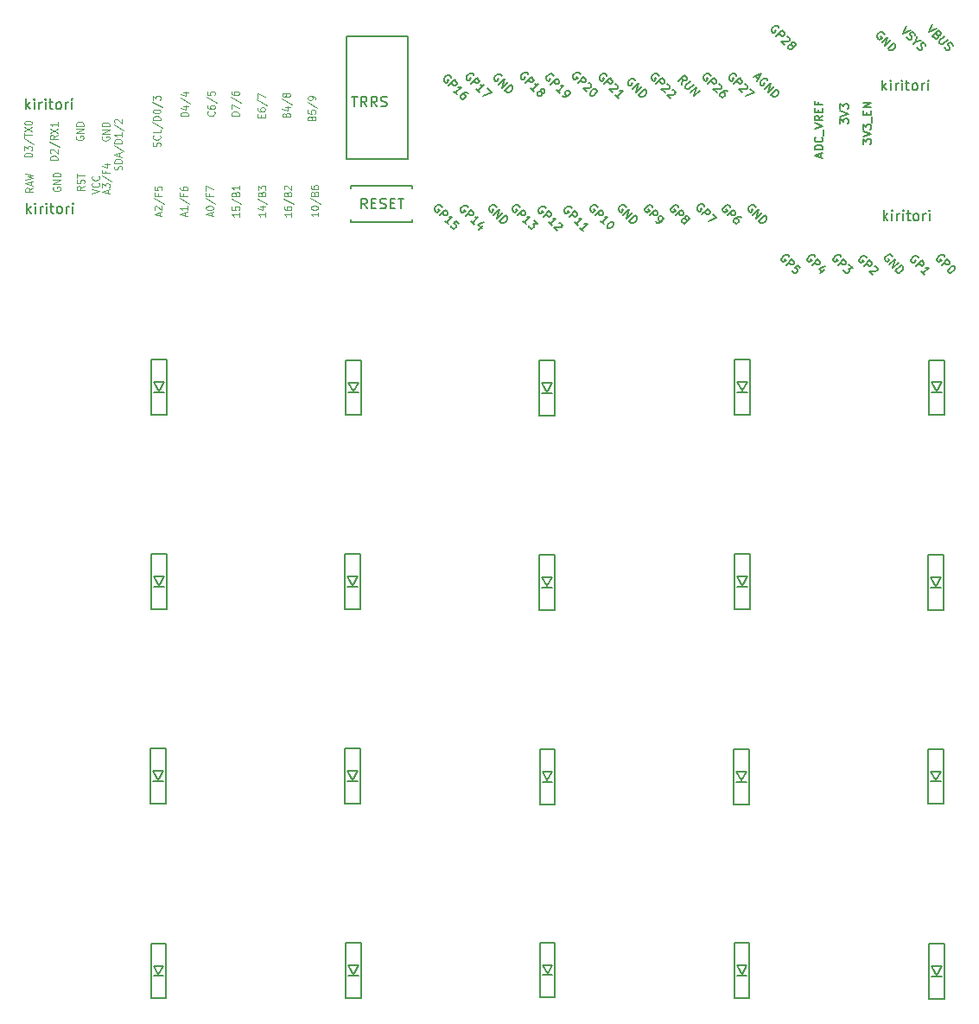
<source format=gbr>
G04 #@! TF.GenerationSoftware,KiCad,Pcbnew,(5.1.6-0-10_14)*
G04 #@! TF.CreationDate,2022-02-23T18:14:53+09:00*
G04 #@! TF.ProjectId,cool640,636f6f6c-3634-4302-9e6b-696361645f70,rev?*
G04 #@! TF.SameCoordinates,Original*
G04 #@! TF.FileFunction,Legend,Top*
G04 #@! TF.FilePolarity,Positive*
%FSLAX46Y46*%
G04 Gerber Fmt 4.6, Leading zero omitted, Abs format (unit mm)*
G04 Created by KiCad (PCBNEW (5.1.6-0-10_14)) date 2022-02-23 18:14:53*
%MOMM*%
%LPD*%
G01*
G04 APERTURE LIST*
%ADD10C,0.150000*%
%ADD11C,0.125000*%
G04 APERTURE END LIST*
D10*
X32930000Y17330000D02*
X26930000Y17330000D01*
X26930000Y17330000D02*
X26930000Y17080000D01*
X32930000Y17330000D02*
X32930000Y17080000D01*
X32930000Y13830000D02*
X32930000Y14080000D01*
X32930000Y13830000D02*
X26930000Y13830000D01*
X26930000Y13830000D02*
X26930000Y14080000D01*
X26490000Y20030000D02*
X26490000Y32030000D01*
X32490000Y20030000D02*
X26490000Y20030000D01*
X32490000Y32030000D02*
X32490000Y20030000D01*
X26490000Y32030000D02*
X32490000Y32030000D01*
X84290000Y-59990000D02*
X83790000Y-59090000D01*
X83790000Y-59090000D02*
X84790000Y-59090000D01*
X84790000Y-59090000D02*
X84290000Y-59990000D01*
X83790000Y-60090000D02*
X84790000Y-60090000D01*
X83540000Y-56890000D02*
X83540000Y-62290000D01*
X83540000Y-62290000D02*
X85040000Y-62290000D01*
X85040000Y-62290000D02*
X85040000Y-56890000D01*
X85040000Y-56890000D02*
X83540000Y-56890000D01*
X27160000Y-2800000D02*
X26660000Y-1900000D01*
X26660000Y-1900000D02*
X27660000Y-1900000D01*
X27660000Y-1900000D02*
X27160000Y-2800000D01*
X26660000Y-2900000D02*
X27660000Y-2900000D01*
X26410000Y300000D02*
X26410000Y-5100000D01*
X26410000Y-5100000D02*
X27910000Y-5100000D01*
X27910000Y-5100000D02*
X27910000Y300000D01*
X27910000Y300000D02*
X26410000Y300000D01*
X8110000Y-2760000D02*
X7610000Y-1860000D01*
X7610000Y-1860000D02*
X8610000Y-1860000D01*
X8610000Y-1860000D02*
X8110000Y-2760000D01*
X7610000Y-2860000D02*
X8610000Y-2860000D01*
X7360000Y340000D02*
X7360000Y-5060000D01*
X7360000Y-5060000D02*
X8860000Y-5060000D01*
X8860000Y-5060000D02*
X8860000Y340000D01*
X8860000Y340000D02*
X7360000Y340000D01*
X65230000Y-2730000D02*
X64730000Y-1830000D01*
X64730000Y-1830000D02*
X65730000Y-1830000D01*
X65730000Y-1830000D02*
X65230000Y-2730000D01*
X64730000Y-2830000D02*
X65730000Y-2830000D01*
X64480000Y370000D02*
X64480000Y-5030000D01*
X64480000Y-5030000D02*
X65980000Y-5030000D01*
X65980000Y-5030000D02*
X65980000Y370000D01*
X65980000Y370000D02*
X64480000Y370000D01*
X46120000Y-2850000D02*
X45620000Y-1950000D01*
X45620000Y-1950000D02*
X46620000Y-1950000D01*
X46620000Y-1950000D02*
X46120000Y-2850000D01*
X45620000Y-2950000D02*
X46620000Y-2950000D01*
X45370000Y250000D02*
X45370000Y-5150000D01*
X45370000Y-5150000D02*
X46870000Y-5150000D01*
X46870000Y-5150000D02*
X46870000Y250000D01*
X46870000Y250000D02*
X45370000Y250000D01*
X84300000Y-2790000D02*
X83800000Y-1890000D01*
X83800000Y-1890000D02*
X84800000Y-1890000D01*
X84800000Y-1890000D02*
X84300000Y-2790000D01*
X83800000Y-2890000D02*
X84800000Y-2890000D01*
X83550000Y310000D02*
X83550000Y-5090000D01*
X83550000Y-5090000D02*
X85050000Y-5090000D01*
X85050000Y-5090000D02*
X85050000Y310000D01*
X85050000Y310000D02*
X83550000Y310000D01*
X84200000Y-21900000D02*
X83700000Y-21000000D01*
X83700000Y-21000000D02*
X84700000Y-21000000D01*
X84700000Y-21000000D02*
X84200000Y-21900000D01*
X83700000Y-22000000D02*
X84700000Y-22000000D01*
X83450000Y-18800000D02*
X83450000Y-24200000D01*
X83450000Y-24200000D02*
X84950000Y-24200000D01*
X84950000Y-24200000D02*
X84950000Y-18800000D01*
X84950000Y-18800000D02*
X83450000Y-18800000D01*
X65220000Y-21820000D02*
X64720000Y-20920000D01*
X64720000Y-20920000D02*
X65720000Y-20920000D01*
X65720000Y-20920000D02*
X65220000Y-21820000D01*
X64720000Y-21920000D02*
X65720000Y-21920000D01*
X64470000Y-18720000D02*
X64470000Y-24120000D01*
X64470000Y-24120000D02*
X65970000Y-24120000D01*
X65970000Y-24120000D02*
X65970000Y-18720000D01*
X65970000Y-18720000D02*
X64470000Y-18720000D01*
X46140000Y-21870000D02*
X45640000Y-20970000D01*
X45640000Y-20970000D02*
X46640000Y-20970000D01*
X46640000Y-20970000D02*
X46140000Y-21870000D01*
X45640000Y-21970000D02*
X46640000Y-21970000D01*
X45390000Y-18770000D02*
X45390000Y-24170000D01*
X45390000Y-24170000D02*
X46890000Y-24170000D01*
X46890000Y-24170000D02*
X46890000Y-18770000D01*
X46890000Y-18770000D02*
X45390000Y-18770000D01*
X27090000Y-21830000D02*
X26590000Y-20930000D01*
X26590000Y-20930000D02*
X27590000Y-20930000D01*
X27590000Y-20930000D02*
X27090000Y-21830000D01*
X26590000Y-21930000D02*
X27590000Y-21930000D01*
X26340000Y-18730000D02*
X26340000Y-24130000D01*
X26340000Y-24130000D02*
X27840000Y-24130000D01*
X27840000Y-24130000D02*
X27840000Y-18730000D01*
X27840000Y-18730000D02*
X26340000Y-18730000D01*
X8070000Y-21830000D02*
X7570000Y-20930000D01*
X7570000Y-20930000D02*
X8570000Y-20930000D01*
X8570000Y-20930000D02*
X8070000Y-21830000D01*
X7570000Y-21930000D02*
X8570000Y-21930000D01*
X7320000Y-18730000D02*
X7320000Y-24130000D01*
X7320000Y-24130000D02*
X8820000Y-24130000D01*
X8820000Y-24130000D02*
X8820000Y-18730000D01*
X8820000Y-18730000D02*
X7320000Y-18730000D01*
X65210000Y-59890000D02*
X64710000Y-58990000D01*
X64710000Y-58990000D02*
X65710000Y-58990000D01*
X65710000Y-58990000D02*
X65210000Y-59890000D01*
X64710000Y-59990000D02*
X65710000Y-59990000D01*
X64460000Y-56790000D02*
X64460000Y-62190000D01*
X64460000Y-62190000D02*
X65960000Y-62190000D01*
X65960000Y-62190000D02*
X65960000Y-56790000D01*
X65960000Y-56790000D02*
X64460000Y-56790000D01*
X46160000Y-59860000D02*
X45660000Y-58960000D01*
X45660000Y-58960000D02*
X46660000Y-58960000D01*
X46660000Y-58960000D02*
X46160000Y-59860000D01*
X45660000Y-59960000D02*
X46660000Y-59960000D01*
X45410000Y-56760000D02*
X45410000Y-62160000D01*
X45410000Y-62160000D02*
X46910000Y-62160000D01*
X46910000Y-62160000D02*
X46910000Y-56760000D01*
X46910000Y-56760000D02*
X45410000Y-56760000D01*
X27150000Y-59930000D02*
X26650000Y-59030000D01*
X26650000Y-59030000D02*
X27650000Y-59030000D01*
X27650000Y-59030000D02*
X27150000Y-59930000D01*
X26650000Y-60030000D02*
X27650000Y-60030000D01*
X26400000Y-56830000D02*
X26400000Y-62230000D01*
X26400000Y-62230000D02*
X27900000Y-62230000D01*
X27900000Y-62230000D02*
X27900000Y-56830000D01*
X27900000Y-56830000D02*
X26400000Y-56830000D01*
X8050000Y-59950000D02*
X7550000Y-59050000D01*
X7550000Y-59050000D02*
X8550000Y-59050000D01*
X8550000Y-59050000D02*
X8050000Y-59950000D01*
X7550000Y-60050000D02*
X8550000Y-60050000D01*
X7300000Y-56850000D02*
X7300000Y-62250000D01*
X7300000Y-62250000D02*
X8800000Y-62250000D01*
X8800000Y-62250000D02*
X8800000Y-56850000D01*
X8800000Y-56850000D02*
X7300000Y-56850000D01*
X84220000Y-40900000D02*
X83720000Y-40000000D01*
X83720000Y-40000000D02*
X84720000Y-40000000D01*
X84720000Y-40000000D02*
X84220000Y-40900000D01*
X83720000Y-41000000D02*
X84720000Y-41000000D01*
X83470000Y-37800000D02*
X83470000Y-43200000D01*
X83470000Y-43200000D02*
X84970000Y-43200000D01*
X84970000Y-43200000D02*
X84970000Y-37800000D01*
X84970000Y-37800000D02*
X83470000Y-37800000D01*
X65170000Y-40920000D02*
X64670000Y-40020000D01*
X64670000Y-40020000D02*
X65670000Y-40020000D01*
X65670000Y-40020000D02*
X65170000Y-40920000D01*
X64670000Y-41020000D02*
X65670000Y-41020000D01*
X64420000Y-37820000D02*
X64420000Y-43220000D01*
X64420000Y-43220000D02*
X65920000Y-43220000D01*
X65920000Y-43220000D02*
X65920000Y-37820000D01*
X65920000Y-37820000D02*
X64420000Y-37820000D01*
X46150000Y-40910000D02*
X45650000Y-40010000D01*
X45650000Y-40010000D02*
X46650000Y-40010000D01*
X46650000Y-40010000D02*
X46150000Y-40910000D01*
X45650000Y-41010000D02*
X46650000Y-41010000D01*
X45400000Y-37810000D02*
X45400000Y-43210000D01*
X45400000Y-43210000D02*
X46900000Y-43210000D01*
X46900000Y-43210000D02*
X46900000Y-37810000D01*
X46900000Y-37810000D02*
X45400000Y-37810000D01*
X27060000Y-40850000D02*
X26560000Y-39950000D01*
X26560000Y-39950000D02*
X27560000Y-39950000D01*
X27560000Y-39950000D02*
X27060000Y-40850000D01*
X26560000Y-40950000D02*
X27560000Y-40950000D01*
X26310000Y-37750000D02*
X26310000Y-43150000D01*
X26310000Y-43150000D02*
X27810000Y-43150000D01*
X27810000Y-43150000D02*
X27810000Y-37750000D01*
X27810000Y-37750000D02*
X26310000Y-37750000D01*
X8030000Y-40860000D02*
X7530000Y-39960000D01*
X7530000Y-39960000D02*
X8530000Y-39960000D01*
X8530000Y-39960000D02*
X8030000Y-40860000D01*
X7530000Y-40960000D02*
X8530000Y-40960000D01*
X7280000Y-37760000D02*
X7280000Y-43160000D01*
X7280000Y-43160000D02*
X8780000Y-43160000D01*
X8780000Y-43160000D02*
X8780000Y-37760000D01*
X8780000Y-37760000D02*
X7280000Y-37760000D01*
D11*
X-4250714Y17187380D02*
X-4607857Y16964047D01*
X-4250714Y16804523D02*
X-5000714Y16804523D01*
X-5000714Y17059761D01*
X-4965000Y17123571D01*
X-4929285Y17155476D01*
X-4857857Y17187380D01*
X-4750714Y17187380D01*
X-4679285Y17155476D01*
X-4643571Y17123571D01*
X-4607857Y17059761D01*
X-4607857Y16804523D01*
X-4465000Y17442619D02*
X-4465000Y17761666D01*
X-4250714Y17378809D02*
X-5000714Y17602142D01*
X-4250714Y17825476D01*
X-5000714Y17985000D02*
X-4250714Y18144523D01*
X-4786428Y18272142D01*
X-4250714Y18399761D01*
X-5000714Y18559285D01*
X-2275000Y17239523D02*
X-2310714Y17175714D01*
X-2310714Y17080000D01*
X-2275000Y16984285D01*
X-2203571Y16920476D01*
X-2132142Y16888571D01*
X-1989285Y16856666D01*
X-1882142Y16856666D01*
X-1739285Y16888571D01*
X-1667857Y16920476D01*
X-1596428Y16984285D01*
X-1560714Y17080000D01*
X-1560714Y17143809D01*
X-1596428Y17239523D01*
X-1632142Y17271428D01*
X-1882142Y17271428D01*
X-1882142Y17143809D01*
X-1560714Y17558571D02*
X-2310714Y17558571D01*
X-1560714Y17941428D01*
X-2310714Y17941428D01*
X-1560714Y18260476D02*
X-2310714Y18260476D01*
X-2310714Y18420000D01*
X-2275000Y18515714D01*
X-2203571Y18579523D01*
X-2132142Y18611428D01*
X-1989285Y18643333D01*
X-1882142Y18643333D01*
X-1739285Y18611428D01*
X-1667857Y18579523D01*
X-1596428Y18515714D01*
X-1560714Y18420000D01*
X-1560714Y18260476D01*
X789285Y17333095D02*
X432142Y17109761D01*
X789285Y16950238D02*
X39285Y16950238D01*
X39285Y17205476D01*
X75000Y17269285D01*
X110714Y17301190D01*
X182142Y17333095D01*
X289285Y17333095D01*
X360714Y17301190D01*
X396428Y17269285D01*
X432142Y17205476D01*
X432142Y16950238D01*
X753571Y17588333D02*
X789285Y17684047D01*
X789285Y17843571D01*
X753571Y17907380D01*
X717857Y17939285D01*
X646428Y17971190D01*
X575000Y17971190D01*
X503571Y17939285D01*
X467857Y17907380D01*
X432142Y17843571D01*
X396428Y17715952D01*
X360714Y17652142D01*
X325000Y17620238D01*
X253571Y17588333D01*
X182142Y17588333D01*
X110714Y17620238D01*
X75000Y17652142D01*
X39285Y17715952D01*
X39285Y17875476D01*
X75000Y17971190D01*
X39285Y18162619D02*
X39285Y18545476D01*
X789285Y18354047D02*
X39285Y18354047D01*
X1499285Y16606666D02*
X2249285Y16830000D01*
X1499285Y17053333D01*
X2177857Y17659523D02*
X2213571Y17627619D01*
X2249285Y17531904D01*
X2249285Y17468095D01*
X2213571Y17372380D01*
X2142142Y17308571D01*
X2070714Y17276666D01*
X1927857Y17244761D01*
X1820714Y17244761D01*
X1677857Y17276666D01*
X1606428Y17308571D01*
X1535000Y17372380D01*
X1499285Y17468095D01*
X1499285Y17531904D01*
X1535000Y17627619D01*
X1570714Y17659523D01*
X2177857Y18329523D02*
X2213571Y18297619D01*
X2249285Y18201904D01*
X2249285Y18138095D01*
X2213571Y18042380D01*
X2142142Y17978571D01*
X2070714Y17946666D01*
X1927857Y17914761D01*
X1820714Y17914761D01*
X1677857Y17946666D01*
X1606428Y17978571D01*
X1535000Y18042380D01*
X1499285Y18138095D01*
X1499285Y18201904D01*
X1535000Y18297619D01*
X1570714Y18329523D01*
X3065000Y16654285D02*
X3065000Y16973333D01*
X3279285Y16590476D02*
X2529285Y16813809D01*
X3279285Y17037142D01*
X2529285Y17196666D02*
X2529285Y17611428D01*
X2815000Y17388095D01*
X2815000Y17483809D01*
X2850714Y17547619D01*
X2886428Y17579523D01*
X2957857Y17611428D01*
X3136428Y17611428D01*
X3207857Y17579523D01*
X3243571Y17547619D01*
X3279285Y17483809D01*
X3279285Y17292380D01*
X3243571Y17228571D01*
X3207857Y17196666D01*
X2493571Y18377142D02*
X3457857Y17802857D01*
X2886428Y18823809D02*
X2886428Y18600476D01*
X3279285Y18600476D02*
X2529285Y18600476D01*
X2529285Y18919523D01*
X2779285Y19461904D02*
X3279285Y19461904D01*
X2493571Y19302380D02*
X3029285Y19142857D01*
X3029285Y19557619D01*
X8175000Y14429285D02*
X8175000Y14748333D01*
X8389285Y14365476D02*
X7639285Y14588809D01*
X8389285Y14812142D01*
X7710714Y15003571D02*
X7675000Y15035476D01*
X7639285Y15099285D01*
X7639285Y15258809D01*
X7675000Y15322619D01*
X7710714Y15354523D01*
X7782142Y15386428D01*
X7853571Y15386428D01*
X7960714Y15354523D01*
X8389285Y14971666D01*
X8389285Y15386428D01*
X7603571Y16152142D02*
X8567857Y15577857D01*
X7996428Y16598809D02*
X7996428Y16375476D01*
X8389285Y16375476D02*
X7639285Y16375476D01*
X7639285Y16694523D01*
X7639285Y17268809D02*
X7639285Y16949761D01*
X7996428Y16917857D01*
X7960714Y16949761D01*
X7925000Y17013571D01*
X7925000Y17173095D01*
X7960714Y17236904D01*
X7996428Y17268809D01*
X8067857Y17300714D01*
X8246428Y17300714D01*
X8317857Y17268809D01*
X8353571Y17236904D01*
X8389285Y17173095D01*
X8389285Y17013571D01*
X8353571Y16949761D01*
X8317857Y16917857D01*
X10675000Y14429285D02*
X10675000Y14748333D01*
X10889285Y14365476D02*
X10139285Y14588809D01*
X10889285Y14812142D01*
X10889285Y15386428D02*
X10889285Y15003571D01*
X10889285Y15195000D02*
X10139285Y15195000D01*
X10246428Y15131190D01*
X10317857Y15067380D01*
X10353571Y15003571D01*
X10103571Y16152142D02*
X11067857Y15577857D01*
X10496428Y16598809D02*
X10496428Y16375476D01*
X10889285Y16375476D02*
X10139285Y16375476D01*
X10139285Y16694523D01*
X10139285Y17236904D02*
X10139285Y17109285D01*
X10175000Y17045476D01*
X10210714Y17013571D01*
X10317857Y16949761D01*
X10460714Y16917857D01*
X10746428Y16917857D01*
X10817857Y16949761D01*
X10853571Y16981666D01*
X10889285Y17045476D01*
X10889285Y17173095D01*
X10853571Y17236904D01*
X10817857Y17268809D01*
X10746428Y17300714D01*
X10567857Y17300714D01*
X10496428Y17268809D01*
X10460714Y17236904D01*
X10425000Y17173095D01*
X10425000Y17045476D01*
X10460714Y16981666D01*
X10496428Y16949761D01*
X10567857Y16917857D01*
X13225000Y14429285D02*
X13225000Y14748333D01*
X13439285Y14365476D02*
X12689285Y14588809D01*
X13439285Y14812142D01*
X12689285Y15163095D02*
X12689285Y15226904D01*
X12725000Y15290714D01*
X12760714Y15322619D01*
X12832142Y15354523D01*
X12975000Y15386428D01*
X13153571Y15386428D01*
X13296428Y15354523D01*
X13367857Y15322619D01*
X13403571Y15290714D01*
X13439285Y15226904D01*
X13439285Y15163095D01*
X13403571Y15099285D01*
X13367857Y15067380D01*
X13296428Y15035476D01*
X13153571Y15003571D01*
X12975000Y15003571D01*
X12832142Y15035476D01*
X12760714Y15067380D01*
X12725000Y15099285D01*
X12689285Y15163095D01*
X12653571Y16152142D02*
X13617857Y15577857D01*
X13046428Y16598809D02*
X13046428Y16375476D01*
X13439285Y16375476D02*
X12689285Y16375476D01*
X12689285Y16694523D01*
X12689285Y16885952D02*
X12689285Y17332619D01*
X13439285Y17045476D01*
X15989285Y14732380D02*
X15989285Y14349523D01*
X15989285Y14540952D02*
X15239285Y14540952D01*
X15346428Y14477142D01*
X15417857Y14413333D01*
X15453571Y14349523D01*
X15239285Y15338571D02*
X15239285Y15019523D01*
X15596428Y14987619D01*
X15560714Y15019523D01*
X15525000Y15083333D01*
X15525000Y15242857D01*
X15560714Y15306666D01*
X15596428Y15338571D01*
X15667857Y15370476D01*
X15846428Y15370476D01*
X15917857Y15338571D01*
X15953571Y15306666D01*
X15989285Y15242857D01*
X15989285Y15083333D01*
X15953571Y15019523D01*
X15917857Y14987619D01*
X15203571Y16136190D02*
X16167857Y15561904D01*
X15596428Y16582857D02*
X15632142Y16678571D01*
X15667857Y16710476D01*
X15739285Y16742380D01*
X15846428Y16742380D01*
X15917857Y16710476D01*
X15953571Y16678571D01*
X15989285Y16614761D01*
X15989285Y16359523D01*
X15239285Y16359523D01*
X15239285Y16582857D01*
X15275000Y16646666D01*
X15310714Y16678571D01*
X15382142Y16710476D01*
X15453571Y16710476D01*
X15525000Y16678571D01*
X15560714Y16646666D01*
X15596428Y16582857D01*
X15596428Y16359523D01*
X15989285Y17380476D02*
X15989285Y16997619D01*
X15989285Y17189047D02*
X15239285Y17189047D01*
X15346428Y17125238D01*
X15417857Y17061428D01*
X15453571Y16997619D01*
X18539285Y14732380D02*
X18539285Y14349523D01*
X18539285Y14540952D02*
X17789285Y14540952D01*
X17896428Y14477142D01*
X17967857Y14413333D01*
X18003571Y14349523D01*
X18039285Y15306666D02*
X18539285Y15306666D01*
X17753571Y15147142D02*
X18289285Y14987619D01*
X18289285Y15402380D01*
X17753571Y16136190D02*
X18717857Y15561904D01*
X18146428Y16582857D02*
X18182142Y16678571D01*
X18217857Y16710476D01*
X18289285Y16742380D01*
X18396428Y16742380D01*
X18467857Y16710476D01*
X18503571Y16678571D01*
X18539285Y16614761D01*
X18539285Y16359523D01*
X17789285Y16359523D01*
X17789285Y16582857D01*
X17825000Y16646666D01*
X17860714Y16678571D01*
X17932142Y16710476D01*
X18003571Y16710476D01*
X18075000Y16678571D01*
X18110714Y16646666D01*
X18146428Y16582857D01*
X18146428Y16359523D01*
X17789285Y16965714D02*
X17789285Y17380476D01*
X18075000Y17157142D01*
X18075000Y17252857D01*
X18110714Y17316666D01*
X18146428Y17348571D01*
X18217857Y17380476D01*
X18396428Y17380476D01*
X18467857Y17348571D01*
X18503571Y17316666D01*
X18539285Y17252857D01*
X18539285Y17061428D01*
X18503571Y16997619D01*
X18467857Y16965714D01*
X23709285Y14767380D02*
X23709285Y14384523D01*
X23709285Y14575952D02*
X22959285Y14575952D01*
X23066428Y14512142D01*
X23137857Y14448333D01*
X23173571Y14384523D01*
X22959285Y15182142D02*
X22959285Y15245952D01*
X22995000Y15309761D01*
X23030714Y15341666D01*
X23102142Y15373571D01*
X23245000Y15405476D01*
X23423571Y15405476D01*
X23566428Y15373571D01*
X23637857Y15341666D01*
X23673571Y15309761D01*
X23709285Y15245952D01*
X23709285Y15182142D01*
X23673571Y15118333D01*
X23637857Y15086428D01*
X23566428Y15054523D01*
X23423571Y15022619D01*
X23245000Y15022619D01*
X23102142Y15054523D01*
X23030714Y15086428D01*
X22995000Y15118333D01*
X22959285Y15182142D01*
X22923571Y16171190D02*
X23887857Y15596904D01*
X23316428Y16617857D02*
X23352142Y16713571D01*
X23387857Y16745476D01*
X23459285Y16777380D01*
X23566428Y16777380D01*
X23637857Y16745476D01*
X23673571Y16713571D01*
X23709285Y16649761D01*
X23709285Y16394523D01*
X22959285Y16394523D01*
X22959285Y16617857D01*
X22995000Y16681666D01*
X23030714Y16713571D01*
X23102142Y16745476D01*
X23173571Y16745476D01*
X23245000Y16713571D01*
X23280714Y16681666D01*
X23316428Y16617857D01*
X23316428Y16394523D01*
X22959285Y17351666D02*
X22959285Y17224047D01*
X22995000Y17160238D01*
X23030714Y17128333D01*
X23137857Y17064523D01*
X23280714Y17032619D01*
X23566428Y17032619D01*
X23637857Y17064523D01*
X23673571Y17096428D01*
X23709285Y17160238D01*
X23709285Y17287857D01*
X23673571Y17351666D01*
X23637857Y17383571D01*
X23566428Y17415476D01*
X23387857Y17415476D01*
X23316428Y17383571D01*
X23280714Y17351666D01*
X23245000Y17287857D01*
X23245000Y17160238D01*
X23280714Y17096428D01*
X23316428Y17064523D01*
X23387857Y17032619D01*
X21089285Y14732380D02*
X21089285Y14349523D01*
X21089285Y14540952D02*
X20339285Y14540952D01*
X20446428Y14477142D01*
X20517857Y14413333D01*
X20553571Y14349523D01*
X20339285Y15306666D02*
X20339285Y15179047D01*
X20375000Y15115238D01*
X20410714Y15083333D01*
X20517857Y15019523D01*
X20660714Y14987619D01*
X20946428Y14987619D01*
X21017857Y15019523D01*
X21053571Y15051428D01*
X21089285Y15115238D01*
X21089285Y15242857D01*
X21053571Y15306666D01*
X21017857Y15338571D01*
X20946428Y15370476D01*
X20767857Y15370476D01*
X20696428Y15338571D01*
X20660714Y15306666D01*
X20625000Y15242857D01*
X20625000Y15115238D01*
X20660714Y15051428D01*
X20696428Y15019523D01*
X20767857Y14987619D01*
X20303571Y16136190D02*
X21267857Y15561904D01*
X20696428Y16582857D02*
X20732142Y16678571D01*
X20767857Y16710476D01*
X20839285Y16742380D01*
X20946428Y16742380D01*
X21017857Y16710476D01*
X21053571Y16678571D01*
X21089285Y16614761D01*
X21089285Y16359523D01*
X20339285Y16359523D01*
X20339285Y16582857D01*
X20375000Y16646666D01*
X20410714Y16678571D01*
X20482142Y16710476D01*
X20553571Y16710476D01*
X20625000Y16678571D01*
X20660714Y16646666D01*
X20696428Y16582857D01*
X20696428Y16359523D01*
X20410714Y16997619D02*
X20375000Y17029523D01*
X20339285Y17093333D01*
X20339285Y17252857D01*
X20375000Y17316666D01*
X20410714Y17348571D01*
X20482142Y17380476D01*
X20553571Y17380476D01*
X20660714Y17348571D01*
X21089285Y16965714D01*
X21089285Y17380476D01*
X18096428Y24077380D02*
X18096428Y24300714D01*
X18489285Y24396428D02*
X18489285Y24077380D01*
X17739285Y24077380D01*
X17739285Y24396428D01*
X17739285Y24970714D02*
X17739285Y24843095D01*
X17775000Y24779285D01*
X17810714Y24747380D01*
X17917857Y24683571D01*
X18060714Y24651666D01*
X18346428Y24651666D01*
X18417857Y24683571D01*
X18453571Y24715476D01*
X18489285Y24779285D01*
X18489285Y24906904D01*
X18453571Y24970714D01*
X18417857Y25002619D01*
X18346428Y25034523D01*
X18167857Y25034523D01*
X18096428Y25002619D01*
X18060714Y24970714D01*
X18025000Y24906904D01*
X18025000Y24779285D01*
X18060714Y24715476D01*
X18096428Y24683571D01*
X18167857Y24651666D01*
X17703571Y25800238D02*
X18667857Y25225952D01*
X17739285Y25959761D02*
X17739285Y26406428D01*
X18489285Y26119285D01*
X15929285Y24265476D02*
X15179285Y24265476D01*
X15179285Y24425000D01*
X15215000Y24520714D01*
X15286428Y24584523D01*
X15357857Y24616428D01*
X15500714Y24648333D01*
X15607857Y24648333D01*
X15750714Y24616428D01*
X15822142Y24584523D01*
X15893571Y24520714D01*
X15929285Y24425000D01*
X15929285Y24265476D01*
X15179285Y24871666D02*
X15179285Y25318333D01*
X15929285Y25031190D01*
X15143571Y26052142D02*
X16107857Y25477857D01*
X15179285Y26562619D02*
X15179285Y26435000D01*
X15215000Y26371190D01*
X15250714Y26339285D01*
X15357857Y26275476D01*
X15500714Y26243571D01*
X15786428Y26243571D01*
X15857857Y26275476D01*
X15893571Y26307380D01*
X15929285Y26371190D01*
X15929285Y26498809D01*
X15893571Y26562619D01*
X15857857Y26594523D01*
X15786428Y26626428D01*
X15607857Y26626428D01*
X15536428Y26594523D01*
X15500714Y26562619D01*
X15465000Y26498809D01*
X15465000Y26371190D01*
X15500714Y26307380D01*
X15536428Y26275476D01*
X15607857Y26243571D01*
X-5000Y22229523D02*
X-40714Y22165714D01*
X-40714Y22070000D01*
X-5000Y21974285D01*
X66428Y21910476D01*
X137857Y21878571D01*
X280714Y21846666D01*
X387857Y21846666D01*
X530714Y21878571D01*
X602142Y21910476D01*
X673571Y21974285D01*
X709285Y22070000D01*
X709285Y22133809D01*
X673571Y22229523D01*
X637857Y22261428D01*
X387857Y22261428D01*
X387857Y22133809D01*
X709285Y22548571D02*
X-40714Y22548571D01*
X709285Y22931428D01*
X-40714Y22931428D01*
X709285Y23250476D02*
X-40714Y23250476D01*
X-40714Y23410000D01*
X-4999Y23505714D01*
X66428Y23569523D01*
X137857Y23601428D01*
X280714Y23633333D01*
X387857Y23633333D01*
X530714Y23601428D01*
X602142Y23569523D01*
X673571Y23505714D01*
X709285Y23410000D01*
X709285Y23250476D01*
X2515000Y22169523D02*
X2479285Y22105714D01*
X2479285Y22010000D01*
X2515000Y21914285D01*
X2586428Y21850476D01*
X2657857Y21818571D01*
X2800714Y21786666D01*
X2907857Y21786666D01*
X3050714Y21818571D01*
X3122142Y21850476D01*
X3193571Y21914285D01*
X3229285Y22010000D01*
X3229285Y22073809D01*
X3193571Y22169523D01*
X3157857Y22201428D01*
X2907857Y22201428D01*
X2907857Y22073809D01*
X3229285Y22488571D02*
X2479285Y22488571D01*
X3229285Y22871428D01*
X2479285Y22871428D01*
X3229285Y23190476D02*
X2479285Y23190476D01*
X2479285Y23350000D01*
X2515000Y23445714D01*
X2586428Y23509523D01*
X2657857Y23541428D01*
X2800714Y23573333D01*
X2907857Y23573333D01*
X3050714Y23541428D01*
X3122142Y23509523D01*
X3193571Y23445714D01*
X3229285Y23350000D01*
X3229285Y23190476D01*
X-4350714Y20221190D02*
X-5100714Y20221190D01*
X-5100714Y20380714D01*
X-5065000Y20476428D01*
X-4993571Y20540238D01*
X-4922142Y20572142D01*
X-4779285Y20604047D01*
X-4672142Y20604047D01*
X-4529285Y20572142D01*
X-4457857Y20540238D01*
X-4386428Y20476428D01*
X-4350714Y20380714D01*
X-4350714Y20221190D01*
X-5100714Y20827380D02*
X-5100714Y21242142D01*
X-4815000Y21018809D01*
X-4815000Y21114523D01*
X-4779285Y21178333D01*
X-4743571Y21210238D01*
X-4672142Y21242142D01*
X-4493571Y21242142D01*
X-4422142Y21210238D01*
X-4386428Y21178333D01*
X-4350714Y21114523D01*
X-4350714Y20923095D01*
X-4386428Y20859285D01*
X-4422142Y20827380D01*
X-5136428Y22007857D02*
X-4172142Y21433571D01*
X-5100714Y22135476D02*
X-5100714Y22518333D01*
X-4350714Y22326904D02*
X-5100714Y22326904D01*
X-5100714Y22677857D02*
X-4350714Y23124523D01*
X-5100714Y23124523D02*
X-4350714Y22677857D01*
X-5100714Y23507380D02*
X-5100714Y23571190D01*
X-5065000Y23635000D01*
X-5029285Y23666904D01*
X-4957857Y23698809D01*
X-4815000Y23730714D01*
X-4636428Y23730714D01*
X-4493571Y23698809D01*
X-4422142Y23666904D01*
X-4386428Y23635000D01*
X-4350714Y23571190D01*
X-4350714Y23507380D01*
X-4386428Y23443571D01*
X-4422142Y23411666D01*
X-4493571Y23379761D01*
X-4636428Y23347857D01*
X-4815000Y23347857D01*
X-4957857Y23379761D01*
X-5029285Y23411666D01*
X-5065000Y23443571D01*
X-5100714Y23507380D01*
X10959285Y24205476D02*
X10209285Y24205476D01*
X10209285Y24365000D01*
X10245000Y24460714D01*
X10316428Y24524523D01*
X10387857Y24556428D01*
X10530714Y24588333D01*
X10637857Y24588333D01*
X10780714Y24556428D01*
X10852142Y24524523D01*
X10923571Y24460714D01*
X10959285Y24365000D01*
X10959285Y24205476D01*
X10459285Y25162619D02*
X10959285Y25162619D01*
X10173571Y25003095D02*
X10709285Y24843571D01*
X10709285Y25258333D01*
X10173571Y25992142D02*
X11137857Y25417857D01*
X10459285Y26502619D02*
X10959285Y26502619D01*
X10173571Y26343095D02*
X10709285Y26183571D01*
X10709285Y26598333D01*
X4413571Y18941428D02*
X4449285Y19037142D01*
X4449285Y19196666D01*
X4413571Y19260476D01*
X4377857Y19292380D01*
X4306428Y19324285D01*
X4235000Y19324285D01*
X4163571Y19292380D01*
X4127857Y19260476D01*
X4092142Y19196666D01*
X4056428Y19069047D01*
X4020714Y19005238D01*
X3985000Y18973333D01*
X3913571Y18941428D01*
X3842142Y18941428D01*
X3770714Y18973333D01*
X3735000Y19005238D01*
X3699285Y19069047D01*
X3699285Y19228571D01*
X3735000Y19324285D01*
X4449285Y19611428D02*
X3699285Y19611428D01*
X3699285Y19770952D01*
X3735000Y19866666D01*
X3806428Y19930476D01*
X3877857Y19962380D01*
X4020714Y19994285D01*
X4127857Y19994285D01*
X4270714Y19962380D01*
X4342142Y19930476D01*
X4413571Y19866666D01*
X4449285Y19770952D01*
X4449285Y19611428D01*
X4235000Y20249523D02*
X4235000Y20568571D01*
X4449285Y20185714D02*
X3699285Y20409047D01*
X4449285Y20632380D01*
X3663571Y21334285D02*
X4627857Y20760000D01*
X4449285Y21557619D02*
X3699285Y21557619D01*
X3699285Y21717142D01*
X3735000Y21812857D01*
X3806428Y21876666D01*
X3877857Y21908571D01*
X4020714Y21940476D01*
X4127857Y21940476D01*
X4270714Y21908571D01*
X4342142Y21876666D01*
X4413571Y21812857D01*
X4449285Y21717142D01*
X4449285Y21557619D01*
X4449285Y22578571D02*
X4449285Y22195714D01*
X4449285Y22387142D02*
X3699285Y22387142D01*
X3806428Y22323333D01*
X3877857Y22259523D01*
X3913571Y22195714D01*
X3663571Y23344285D02*
X4627857Y22770000D01*
X3770714Y23535714D02*
X3735000Y23567619D01*
X3699285Y23631428D01*
X3699285Y23790952D01*
X3735000Y23854761D01*
X3770714Y23886666D01*
X3842142Y23918571D01*
X3913571Y23918571D01*
X4020714Y23886666D01*
X4449285Y23503809D01*
X4449285Y23918571D01*
X8203571Y21242380D02*
X8239285Y21338095D01*
X8239285Y21497619D01*
X8203571Y21561428D01*
X8167857Y21593333D01*
X8096428Y21625238D01*
X8025000Y21625238D01*
X7953571Y21593333D01*
X7917857Y21561428D01*
X7882142Y21497619D01*
X7846428Y21370000D01*
X7810714Y21306190D01*
X7775000Y21274285D01*
X7703571Y21242380D01*
X7632142Y21242380D01*
X7560714Y21274285D01*
X7525000Y21306190D01*
X7489285Y21370000D01*
X7489285Y21529523D01*
X7525000Y21625238D01*
X8167857Y22295238D02*
X8203571Y22263333D01*
X8239285Y22167619D01*
X8239285Y22103809D01*
X8203571Y22008095D01*
X8132142Y21944285D01*
X8060714Y21912380D01*
X7917857Y21880476D01*
X7810714Y21880476D01*
X7667857Y21912380D01*
X7596428Y21944285D01*
X7525000Y22008095D01*
X7489285Y22103809D01*
X7489285Y22167619D01*
X7525000Y22263333D01*
X7560714Y22295238D01*
X8239285Y22901428D02*
X8239285Y22582380D01*
X7489285Y22582380D01*
X7453571Y23603333D02*
X8417857Y23029047D01*
X8239285Y23826666D02*
X7489285Y23826666D01*
X7489285Y23986190D01*
X7525000Y24081904D01*
X7596428Y24145714D01*
X7667857Y24177619D01*
X7810714Y24209523D01*
X7917857Y24209523D01*
X8060714Y24177619D01*
X8132142Y24145714D01*
X8203571Y24081904D01*
X8239285Y23986190D01*
X8239285Y23826666D01*
X7489285Y24624285D02*
X7489285Y24688095D01*
X7525000Y24751904D01*
X7560714Y24783809D01*
X7632142Y24815714D01*
X7775000Y24847619D01*
X7953571Y24847619D01*
X8096428Y24815714D01*
X8167857Y24783809D01*
X8203571Y24751904D01*
X8239285Y24688095D01*
X8239285Y24624285D01*
X8203571Y24560476D01*
X8167857Y24528571D01*
X8096428Y24496666D01*
X7953571Y24464761D01*
X7775000Y24464761D01*
X7632142Y24496666D01*
X7560714Y24528571D01*
X7525000Y24560476D01*
X7489285Y24624285D01*
X7453571Y25613333D02*
X8417857Y25039047D01*
X7489285Y25772857D02*
X7489285Y26187619D01*
X7775000Y25964285D01*
X7775000Y26060000D01*
X7810714Y26123809D01*
X7846428Y26155714D01*
X7917857Y26187619D01*
X8096428Y26187619D01*
X8167857Y26155714D01*
X8203571Y26123809D01*
X8239285Y26060000D01*
X8239285Y25868571D01*
X8203571Y25804761D01*
X8167857Y25772857D01*
X13497857Y24648333D02*
X13533571Y24616428D01*
X13569285Y24520714D01*
X13569285Y24456904D01*
X13533571Y24361190D01*
X13462142Y24297380D01*
X13390714Y24265476D01*
X13247857Y24233571D01*
X13140714Y24233571D01*
X12997857Y24265476D01*
X12926428Y24297380D01*
X12855000Y24361190D01*
X12819285Y24456904D01*
X12819285Y24520714D01*
X12855000Y24616428D01*
X12890714Y24648333D01*
X12819285Y25222619D02*
X12819285Y25095000D01*
X12855000Y25031190D01*
X12890714Y24999285D01*
X12997857Y24935476D01*
X13140714Y24903571D01*
X13426428Y24903571D01*
X13497857Y24935476D01*
X13533571Y24967380D01*
X13569285Y25031190D01*
X13569285Y25158809D01*
X13533571Y25222619D01*
X13497857Y25254523D01*
X13426428Y25286428D01*
X13247857Y25286428D01*
X13176428Y25254523D01*
X13140714Y25222619D01*
X13105000Y25158809D01*
X13105000Y25031190D01*
X13140714Y24967380D01*
X13176428Y24935476D01*
X13247857Y24903571D01*
X12783571Y26052142D02*
X13747857Y25477857D01*
X12819285Y26594523D02*
X12819285Y26275476D01*
X13176428Y26243571D01*
X13140714Y26275476D01*
X13105000Y26339285D01*
X13105000Y26498809D01*
X13140714Y26562619D01*
X13176428Y26594523D01*
X13247857Y26626428D01*
X13426428Y26626428D01*
X13497857Y26594523D01*
X13533571Y26562619D01*
X13569285Y26498809D01*
X13569285Y26339285D01*
X13533571Y26275476D01*
X13497857Y26243571D01*
X23046428Y24023809D02*
X23082142Y24119523D01*
X23117857Y24151428D01*
X23189285Y24183333D01*
X23296428Y24183333D01*
X23367857Y24151428D01*
X23403571Y24119523D01*
X23439285Y24055714D01*
X23439285Y23800476D01*
X22689285Y23800476D01*
X22689285Y24023809D01*
X22725000Y24087619D01*
X22760714Y24119523D01*
X22832142Y24151428D01*
X22903571Y24151428D01*
X22975000Y24119523D01*
X23010714Y24087619D01*
X23046428Y24023809D01*
X23046428Y23800476D01*
X22689285Y24789523D02*
X22689285Y24470476D01*
X23046428Y24438571D01*
X23010714Y24470476D01*
X22975000Y24534285D01*
X22975000Y24693809D01*
X23010714Y24757619D01*
X23046428Y24789523D01*
X23117857Y24821428D01*
X23296428Y24821428D01*
X23367857Y24789523D01*
X23403571Y24757619D01*
X23439285Y24693809D01*
X23439285Y24534285D01*
X23403571Y24470476D01*
X23367857Y24438571D01*
X22653571Y25587142D02*
X23617857Y25012857D01*
X23439285Y25842380D02*
X23439285Y25970000D01*
X23403571Y26033809D01*
X23367857Y26065714D01*
X23260714Y26129523D01*
X23117857Y26161428D01*
X22832142Y26161428D01*
X22760714Y26129523D01*
X22725000Y26097619D01*
X22689285Y26033809D01*
X22689285Y25906190D01*
X22725000Y25842380D01*
X22760714Y25810476D01*
X22832142Y25778571D01*
X23010714Y25778571D01*
X23082142Y25810476D01*
X23117857Y25842380D01*
X23153571Y25906190D01*
X23153571Y26033809D01*
X23117857Y26097619D01*
X23082142Y26129523D01*
X23010714Y26161428D01*
X-1840714Y19931428D02*
X-2590714Y19931428D01*
X-2590714Y20090952D01*
X-2555000Y20186666D01*
X-2483571Y20250476D01*
X-2412142Y20282380D01*
X-2269285Y20314285D01*
X-2162142Y20314285D01*
X-2019285Y20282380D01*
X-1947857Y20250476D01*
X-1876428Y20186666D01*
X-1840714Y20090952D01*
X-1840714Y19931428D01*
X-2519285Y20569523D02*
X-2555000Y20601428D01*
X-2590714Y20665238D01*
X-2590714Y20824761D01*
X-2555000Y20888571D01*
X-2519285Y20920476D01*
X-2447857Y20952380D01*
X-2376428Y20952380D01*
X-2269285Y20920476D01*
X-1840714Y20537619D01*
X-1840714Y20952380D01*
X-2626428Y21718095D02*
X-1662142Y21143809D01*
X-1840714Y22324285D02*
X-2197857Y22100952D01*
X-1840714Y21941428D02*
X-2590714Y21941428D01*
X-2590714Y22196666D01*
X-2555000Y22260476D01*
X-2519285Y22292380D01*
X-2447857Y22324285D01*
X-2340714Y22324285D01*
X-2269285Y22292380D01*
X-2233571Y22260476D01*
X-2197857Y22196666D01*
X-2197857Y21941428D01*
X-2590714Y22547619D02*
X-1840714Y22994285D01*
X-2590714Y22994285D02*
X-1840714Y22547619D01*
X-1840714Y23600476D02*
X-1840714Y23217619D01*
X-1840714Y23409047D02*
X-2590714Y23409047D01*
X-2483571Y23345238D01*
X-2412142Y23281428D01*
X-2376428Y23217619D01*
X20546428Y24328809D02*
X20582142Y24424523D01*
X20617857Y24456428D01*
X20689285Y24488333D01*
X20796428Y24488333D01*
X20867857Y24456428D01*
X20903571Y24424523D01*
X20939285Y24360714D01*
X20939285Y24105476D01*
X20189285Y24105476D01*
X20189285Y24328809D01*
X20225000Y24392619D01*
X20260714Y24424523D01*
X20332142Y24456428D01*
X20403571Y24456428D01*
X20475000Y24424523D01*
X20510714Y24392619D01*
X20546428Y24328809D01*
X20546428Y24105476D01*
X20439285Y25062619D02*
X20939285Y25062619D01*
X20153571Y24903095D02*
X20689285Y24743571D01*
X20689285Y25158333D01*
X20153571Y25892142D02*
X21117857Y25317857D01*
X20510714Y26211190D02*
X20475000Y26147380D01*
X20439285Y26115476D01*
X20367857Y26083571D01*
X20332142Y26083571D01*
X20260714Y26115476D01*
X20225000Y26147380D01*
X20189285Y26211190D01*
X20189285Y26338809D01*
X20225000Y26402619D01*
X20260714Y26434523D01*
X20332142Y26466428D01*
X20367857Y26466428D01*
X20439285Y26434523D01*
X20475000Y26402619D01*
X20510714Y26338809D01*
X20510714Y26211190D01*
X20546428Y26147380D01*
X20582142Y26115476D01*
X20653571Y26083571D01*
X20796428Y26083571D01*
X20867857Y26115476D01*
X20903571Y26147380D01*
X20939285Y26211190D01*
X20939285Y26338809D01*
X20903571Y26402619D01*
X20867857Y26434523D01*
X20796428Y26466428D01*
X20653571Y26466428D01*
X20582142Y26434523D01*
X20546428Y26402619D01*
X20510714Y26338809D01*
D10*
X28477619Y15127619D02*
X28144285Y15603809D01*
X27906190Y15127619D02*
X27906190Y16127619D01*
X28287142Y16127619D01*
X28382380Y16080000D01*
X28430000Y16032380D01*
X28477619Y15937142D01*
X28477619Y15794285D01*
X28430000Y15699047D01*
X28382380Y15651428D01*
X28287142Y15603809D01*
X27906190Y15603809D01*
X28906190Y15651428D02*
X29239523Y15651428D01*
X29382380Y15127619D02*
X28906190Y15127619D01*
X28906190Y16127619D01*
X29382380Y16127619D01*
X29763333Y15175238D02*
X29906190Y15127619D01*
X30144285Y15127619D01*
X30239523Y15175238D01*
X30287142Y15222857D01*
X30334761Y15318095D01*
X30334761Y15413333D01*
X30287142Y15508571D01*
X30239523Y15556190D01*
X30144285Y15603809D01*
X29953809Y15651428D01*
X29858571Y15699047D01*
X29810952Y15746666D01*
X29763333Y15841904D01*
X29763333Y15937142D01*
X29810952Y16032380D01*
X29858571Y16080000D01*
X29953809Y16127619D01*
X30191904Y16127619D01*
X30334761Y16080000D01*
X30763333Y15651428D02*
X31096666Y15651428D01*
X31239523Y15127619D02*
X30763333Y15127619D01*
X30763333Y16127619D01*
X31239523Y16127619D01*
X31525238Y16127619D02*
X32096666Y16127619D01*
X31810952Y15127619D02*
X31810952Y16127619D01*
X82518781Y10306903D02*
X82491844Y10387715D01*
X82411032Y10468528D01*
X82303282Y10522402D01*
X82195532Y10522402D01*
X82114720Y10495465D01*
X81980033Y10414653D01*
X81899221Y10333841D01*
X81818409Y10199154D01*
X81791471Y10118341D01*
X81791471Y10010592D01*
X81845346Y9902842D01*
X81899221Y9848967D01*
X82006971Y9795093D01*
X82060845Y9795093D01*
X82249407Y9983654D01*
X82141658Y10091404D01*
X82249407Y9498781D02*
X82815093Y10064467D01*
X83030592Y9848967D01*
X83057529Y9768155D01*
X83057529Y9714280D01*
X83030592Y9633468D01*
X82949780Y9552656D01*
X82868967Y9525719D01*
X82815093Y9525719D01*
X82734280Y9552656D01*
X82518781Y9768155D01*
X83111404Y8636784D02*
X82788155Y8960033D01*
X82949780Y8798409D02*
X83515465Y9364094D01*
X83380778Y9337157D01*
X83273028Y9337157D01*
X83192216Y9364094D01*
X77428781Y10306903D02*
X77401844Y10387715D01*
X77321032Y10468528D01*
X77213282Y10522402D01*
X77105532Y10522402D01*
X77024720Y10495465D01*
X76890033Y10414653D01*
X76809221Y10333841D01*
X76728409Y10199154D01*
X76701471Y10118341D01*
X76701471Y10010592D01*
X76755346Y9902842D01*
X76809221Y9848967D01*
X76916971Y9795093D01*
X76970845Y9795093D01*
X77159407Y9983654D01*
X77051658Y10091404D01*
X77159407Y9498781D02*
X77725093Y10064467D01*
X77940592Y9848967D01*
X77967529Y9768155D01*
X77967529Y9714280D01*
X77940592Y9633468D01*
X77859780Y9552656D01*
X77778967Y9525719D01*
X77725093Y9525719D01*
X77644280Y9552656D01*
X77428781Y9768155D01*
X78209966Y9471844D02*
X78263841Y9471844D01*
X78344653Y9444906D01*
X78479340Y9310219D01*
X78506277Y9229407D01*
X78506277Y9175532D01*
X78479340Y9094720D01*
X78425465Y9040845D01*
X78317715Y8986971D01*
X77671218Y8986971D01*
X78021404Y8636784D01*
X85048781Y10406903D02*
X85021844Y10487715D01*
X84941032Y10568528D01*
X84833282Y10622402D01*
X84725532Y10622402D01*
X84644720Y10595465D01*
X84510033Y10514653D01*
X84429221Y10433841D01*
X84348409Y10299154D01*
X84321471Y10218341D01*
X84321471Y10110592D01*
X84375346Y10002842D01*
X84429221Y9948967D01*
X84536971Y9895093D01*
X84590845Y9895093D01*
X84779407Y10083654D01*
X84671658Y10191404D01*
X84779407Y9598781D02*
X85345093Y10164467D01*
X85560592Y9948967D01*
X85587529Y9868155D01*
X85587529Y9814280D01*
X85560592Y9733468D01*
X85479780Y9652656D01*
X85398967Y9625719D01*
X85345093Y9625719D01*
X85264280Y9652656D01*
X85048781Y9868155D01*
X86018528Y9491032D02*
X86072402Y9437157D01*
X86099340Y9356345D01*
X86099340Y9302470D01*
X86072402Y9221658D01*
X85991590Y9086971D01*
X85856903Y8952284D01*
X85722216Y8871471D01*
X85641404Y8844534D01*
X85587529Y8844534D01*
X85506717Y8871471D01*
X85452842Y8925346D01*
X85425905Y9006158D01*
X85425905Y9060033D01*
X85452842Y9140845D01*
X85533654Y9275532D01*
X85668341Y9410219D01*
X85803028Y9491032D01*
X85883841Y9517969D01*
X85937715Y9517969D01*
X86018528Y9491032D01*
X74888781Y10406903D02*
X74861844Y10487715D01*
X74781032Y10568528D01*
X74673282Y10622402D01*
X74565532Y10622402D01*
X74484720Y10595465D01*
X74350033Y10514653D01*
X74269221Y10433841D01*
X74188409Y10299154D01*
X74161471Y10218341D01*
X74161471Y10110592D01*
X74215346Y10002842D01*
X74269221Y9948967D01*
X74376971Y9895093D01*
X74430845Y9895093D01*
X74619407Y10083654D01*
X74511658Y10191404D01*
X74619407Y9598781D02*
X75185093Y10164467D01*
X75400592Y9948967D01*
X75427529Y9868155D01*
X75427529Y9814280D01*
X75400592Y9733468D01*
X75319780Y9652656D01*
X75238967Y9625719D01*
X75185093Y9625719D01*
X75104280Y9652656D01*
X74888781Y9868155D01*
X75696903Y9652656D02*
X76047089Y9302470D01*
X75643028Y9275532D01*
X75723841Y9194720D01*
X75750778Y9113908D01*
X75750778Y9060033D01*
X75723841Y8979221D01*
X75589154Y8844534D01*
X75508341Y8817597D01*
X75454467Y8817597D01*
X75373654Y8844534D01*
X75212030Y9006158D01*
X75185093Y9086971D01*
X75185093Y9140845D01*
X72348781Y10406903D02*
X72321844Y10487715D01*
X72241032Y10568528D01*
X72133282Y10622402D01*
X72025532Y10622402D01*
X71944720Y10595465D01*
X71810033Y10514653D01*
X71729221Y10433841D01*
X71648409Y10299154D01*
X71621471Y10218341D01*
X71621471Y10110592D01*
X71675346Y10002842D01*
X71729221Y9948967D01*
X71836971Y9895093D01*
X71890845Y9895093D01*
X72079407Y10083654D01*
X71971658Y10191404D01*
X72079407Y9598781D02*
X72645093Y10164467D01*
X72860592Y9948967D01*
X72887529Y9868155D01*
X72887529Y9814280D01*
X72860592Y9733468D01*
X72779780Y9652656D01*
X72698967Y9625719D01*
X72645093Y9625719D01*
X72564280Y9652656D01*
X72348781Y9868155D01*
X73264653Y9167783D02*
X72887529Y8790659D01*
X73345465Y9517969D02*
X72806717Y9248595D01*
X73156903Y8898409D01*
X69808781Y10406903D02*
X69781844Y10487715D01*
X69701032Y10568528D01*
X69593282Y10622402D01*
X69485532Y10622402D01*
X69404720Y10595465D01*
X69270033Y10514653D01*
X69189221Y10433841D01*
X69108409Y10299154D01*
X69081471Y10218341D01*
X69081471Y10110592D01*
X69135346Y10002842D01*
X69189221Y9948967D01*
X69296971Y9895093D01*
X69350845Y9895093D01*
X69539407Y10083654D01*
X69431658Y10191404D01*
X69539407Y9598781D02*
X70105093Y10164467D01*
X70320592Y9948967D01*
X70347529Y9868155D01*
X70347529Y9814280D01*
X70320592Y9733468D01*
X70239780Y9652656D01*
X70158967Y9625719D01*
X70105093Y9625719D01*
X70024280Y9652656D01*
X69808781Y9868155D01*
X70940152Y9329407D02*
X70670778Y9598781D01*
X70374467Y9356345D01*
X70428341Y9356345D01*
X70509154Y9329407D01*
X70643841Y9194720D01*
X70670778Y9113908D01*
X70670778Y9060033D01*
X70643841Y8979221D01*
X70509154Y8844534D01*
X70428341Y8817597D01*
X70374467Y8817597D01*
X70293654Y8844534D01*
X70158967Y8979221D01*
X70132030Y9060033D01*
X70132030Y9113908D01*
X64048781Y15266903D02*
X64021844Y15347715D01*
X63941032Y15428528D01*
X63833282Y15482402D01*
X63725532Y15482402D01*
X63644720Y15455465D01*
X63510033Y15374653D01*
X63429221Y15293841D01*
X63348409Y15159154D01*
X63321471Y15078341D01*
X63321471Y14970592D01*
X63375346Y14862842D01*
X63429221Y14808967D01*
X63536971Y14755093D01*
X63590845Y14755093D01*
X63779407Y14943654D01*
X63671658Y15051404D01*
X63779407Y14458781D02*
X64345093Y15024467D01*
X64560592Y14808967D01*
X64587529Y14728155D01*
X64587529Y14674280D01*
X64560592Y14593468D01*
X64479780Y14512656D01*
X64398967Y14485719D01*
X64345093Y14485719D01*
X64264280Y14512656D01*
X64048781Y14728155D01*
X65153215Y14216345D02*
X65045465Y14324094D01*
X64964653Y14351032D01*
X64910778Y14351032D01*
X64776091Y14324094D01*
X64641404Y14243282D01*
X64425905Y14027783D01*
X64398967Y13946971D01*
X64398967Y13893096D01*
X64425905Y13812284D01*
X64533654Y13704534D01*
X64614467Y13677597D01*
X64668341Y13677597D01*
X64749154Y13704534D01*
X64883841Y13839221D01*
X64910778Y13920033D01*
X64910778Y13973908D01*
X64883841Y14054720D01*
X64776091Y14162470D01*
X64695279Y14189407D01*
X64641404Y14189407D01*
X64560592Y14162470D01*
X61538781Y15366903D02*
X61511844Y15447715D01*
X61431032Y15528528D01*
X61323282Y15582402D01*
X61215532Y15582402D01*
X61134720Y15555465D01*
X61000033Y15474653D01*
X60919221Y15393841D01*
X60838409Y15259154D01*
X60811471Y15178341D01*
X60811471Y15070592D01*
X60865346Y14962842D01*
X60919221Y14908967D01*
X61026971Y14855093D01*
X61080845Y14855093D01*
X61269407Y15043654D01*
X61161658Y15151404D01*
X61269407Y14558781D02*
X61835093Y15124467D01*
X62050592Y14908967D01*
X62077529Y14828155D01*
X62077529Y14774280D01*
X62050592Y14693468D01*
X61969780Y14612656D01*
X61888967Y14585719D01*
X61835093Y14585719D01*
X61754280Y14612656D01*
X61538781Y14828155D01*
X62346903Y14612656D02*
X62724027Y14235532D01*
X61915905Y13912284D01*
X58968781Y15266903D02*
X58941844Y15347715D01*
X58861032Y15428528D01*
X58753282Y15482402D01*
X58645532Y15482402D01*
X58564720Y15455465D01*
X58430033Y15374653D01*
X58349221Y15293841D01*
X58268409Y15159154D01*
X58241471Y15078341D01*
X58241471Y14970592D01*
X58295346Y14862842D01*
X58349221Y14808967D01*
X58456971Y14755093D01*
X58510845Y14755093D01*
X58699407Y14943654D01*
X58591658Y15051404D01*
X58699407Y14458781D02*
X59265093Y15024467D01*
X59480592Y14808967D01*
X59507529Y14728155D01*
X59507529Y14674280D01*
X59480592Y14593468D01*
X59399780Y14512656D01*
X59318967Y14485719D01*
X59265093Y14485719D01*
X59184280Y14512656D01*
X58968781Y14728155D01*
X59669154Y14135532D02*
X59642216Y14216345D01*
X59642216Y14270219D01*
X59669154Y14351032D01*
X59696091Y14377969D01*
X59776903Y14404906D01*
X59830778Y14404906D01*
X59911590Y14377969D01*
X60019340Y14270219D01*
X60046277Y14189407D01*
X60046277Y14135532D01*
X60019340Y14054720D01*
X59992402Y14027783D01*
X59911590Y14000845D01*
X59857715Y14000845D01*
X59776903Y14027783D01*
X59669154Y14135532D01*
X59588341Y14162470D01*
X59534467Y14162470D01*
X59453654Y14135532D01*
X59345905Y14027783D01*
X59318967Y13946971D01*
X59318967Y13893096D01*
X59345905Y13812284D01*
X59453654Y13704534D01*
X59534467Y13677597D01*
X59588341Y13677597D01*
X59669154Y13704534D01*
X59776903Y13812284D01*
X59803841Y13893096D01*
X59803841Y13946971D01*
X59776903Y14027783D01*
X56428781Y15266903D02*
X56401844Y15347715D01*
X56321032Y15428528D01*
X56213282Y15482402D01*
X56105532Y15482402D01*
X56024720Y15455465D01*
X55890033Y15374653D01*
X55809221Y15293841D01*
X55728409Y15159154D01*
X55701471Y15078341D01*
X55701471Y14970592D01*
X55755346Y14862842D01*
X55809221Y14808967D01*
X55916971Y14755093D01*
X55970845Y14755093D01*
X56159407Y14943654D01*
X56051658Y15051404D01*
X56159407Y14458781D02*
X56725093Y15024467D01*
X56940592Y14808967D01*
X56967529Y14728155D01*
X56967529Y14674280D01*
X56940592Y14593468D01*
X56859780Y14512656D01*
X56778967Y14485719D01*
X56725093Y14485719D01*
X56644280Y14512656D01*
X56428781Y14728155D01*
X56752030Y13866158D02*
X56859780Y13758409D01*
X56940592Y13731471D01*
X56994467Y13731471D01*
X57129154Y13758409D01*
X57263841Y13839221D01*
X57479340Y14054720D01*
X57506277Y14135532D01*
X57506277Y14189407D01*
X57479340Y14270219D01*
X57371590Y14377969D01*
X57290778Y14404906D01*
X57236903Y14404906D01*
X57156091Y14377969D01*
X57021404Y14243282D01*
X56994467Y14162470D01*
X56994467Y14108595D01*
X57021404Y14027783D01*
X57129154Y13920033D01*
X57209966Y13893096D01*
X57263841Y13893096D01*
X57344653Y13920033D01*
X51079407Y15282277D02*
X51052470Y15363089D01*
X50971658Y15443902D01*
X50863908Y15497776D01*
X50756158Y15497776D01*
X50675346Y15470839D01*
X50540659Y15390027D01*
X50459847Y15309215D01*
X50379035Y15174528D01*
X50352097Y15093715D01*
X50352097Y14985966D01*
X50405972Y14878216D01*
X50459847Y14824341D01*
X50567597Y14770467D01*
X50621471Y14770467D01*
X50810033Y14959028D01*
X50702284Y15066778D01*
X50810033Y14474155D02*
X51375719Y15039841D01*
X51591218Y14824341D01*
X51618155Y14743529D01*
X51618155Y14689654D01*
X51591218Y14608842D01*
X51510406Y14528030D01*
X51429593Y14501093D01*
X51375719Y14501093D01*
X51294906Y14528030D01*
X51079407Y14743529D01*
X51672030Y13612158D02*
X51348781Y13935407D01*
X51510406Y13773783D02*
X52076091Y14339468D01*
X51941404Y14312531D01*
X51833654Y14312531D01*
X51752842Y14339468D01*
X52587902Y13827658D02*
X52641776Y13773783D01*
X52668714Y13692971D01*
X52668714Y13639096D01*
X52641776Y13558284D01*
X52560964Y13423597D01*
X52426277Y13288910D01*
X52291590Y13208097D01*
X52210778Y13181160D01*
X52156903Y13181160D01*
X52076091Y13208097D01*
X52022216Y13261972D01*
X51995279Y13342784D01*
X51995279Y13396659D01*
X52022216Y13477471D01*
X52103028Y13612158D01*
X52237715Y13746845D01*
X52372402Y13827658D01*
X52453215Y13854595D01*
X52507089Y13854595D01*
X52587902Y13827658D01*
X48539407Y15136277D02*
X48512470Y15217089D01*
X48431658Y15297902D01*
X48323908Y15351776D01*
X48216158Y15351776D01*
X48135346Y15324839D01*
X48000659Y15244027D01*
X47919847Y15163215D01*
X47839035Y15028528D01*
X47812097Y14947715D01*
X47812097Y14839966D01*
X47865972Y14732216D01*
X47919847Y14678341D01*
X48027597Y14624467D01*
X48081471Y14624467D01*
X48270033Y14813028D01*
X48162284Y14920778D01*
X48270033Y14328155D02*
X48835719Y14893841D01*
X49051218Y14678341D01*
X49078155Y14597529D01*
X49078155Y14543654D01*
X49051218Y14462842D01*
X48970406Y14382030D01*
X48889593Y14355093D01*
X48835719Y14355093D01*
X48754906Y14382030D01*
X48539407Y14597529D01*
X49132030Y13466158D02*
X48808781Y13789407D01*
X48970406Y13627783D02*
X49536091Y14193468D01*
X49401404Y14166531D01*
X49293654Y14166531D01*
X49212842Y14193468D01*
X49670778Y12927410D02*
X49347529Y13250659D01*
X49509154Y13089035D02*
X50074839Y13654720D01*
X49940152Y13627783D01*
X49832402Y13627783D01*
X49751590Y13654720D01*
X45999407Y15136277D02*
X45972470Y15217089D01*
X45891658Y15297902D01*
X45783908Y15351776D01*
X45676158Y15351776D01*
X45595346Y15324839D01*
X45460659Y15244027D01*
X45379847Y15163215D01*
X45299035Y15028528D01*
X45272097Y14947715D01*
X45272097Y14839966D01*
X45325972Y14732216D01*
X45379847Y14678341D01*
X45487597Y14624467D01*
X45541471Y14624467D01*
X45730033Y14813028D01*
X45622284Y14920778D01*
X45730033Y14328155D02*
X46295719Y14893841D01*
X46511218Y14678341D01*
X46538155Y14597529D01*
X46538155Y14543654D01*
X46511218Y14462842D01*
X46430406Y14382030D01*
X46349593Y14355093D01*
X46295719Y14355093D01*
X46214906Y14382030D01*
X45999407Y14597529D01*
X46592030Y13466158D02*
X46268781Y13789407D01*
X46430406Y13627783D02*
X46996091Y14193468D01*
X46861404Y14166531D01*
X46753654Y14166531D01*
X46672842Y14193468D01*
X47319340Y13762470D02*
X47373215Y13762470D01*
X47454027Y13735532D01*
X47588714Y13600845D01*
X47615651Y13520033D01*
X47615651Y13466158D01*
X47588714Y13385346D01*
X47534839Y13331471D01*
X47427089Y13277597D01*
X46780592Y13277597D01*
X47130778Y12927410D01*
X43459407Y15282277D02*
X43432470Y15363089D01*
X43351658Y15443902D01*
X43243908Y15497776D01*
X43136158Y15497776D01*
X43055346Y15470839D01*
X42920659Y15390027D01*
X42839847Y15309215D01*
X42759035Y15174528D01*
X42732097Y15093715D01*
X42732097Y14985966D01*
X42785972Y14878216D01*
X42839847Y14824341D01*
X42947597Y14770467D01*
X43001471Y14770467D01*
X43190033Y14959028D01*
X43082284Y15066778D01*
X43190033Y14474155D02*
X43755719Y15039841D01*
X43971218Y14824341D01*
X43998155Y14743529D01*
X43998155Y14689654D01*
X43971218Y14608842D01*
X43890406Y14528030D01*
X43809593Y14501093D01*
X43755719Y14501093D01*
X43674906Y14528030D01*
X43459407Y14743529D01*
X44052030Y13612158D02*
X43728781Y13935407D01*
X43890406Y13773783D02*
X44456091Y14339468D01*
X44321404Y14312531D01*
X44213654Y14312531D01*
X44132842Y14339468D01*
X44806277Y13989282D02*
X45156463Y13639096D01*
X44752402Y13612158D01*
X44833215Y13531346D01*
X44860152Y13450534D01*
X44860152Y13396659D01*
X44833215Y13315847D01*
X44698528Y13181160D01*
X44617715Y13154223D01*
X44563841Y13154223D01*
X44483028Y13181160D01*
X44321404Y13342784D01*
X44294467Y13423597D01*
X44294467Y13477471D01*
X38379407Y15236277D02*
X38352470Y15317089D01*
X38271658Y15397902D01*
X38163908Y15451776D01*
X38056158Y15451776D01*
X37975346Y15424839D01*
X37840659Y15344027D01*
X37759847Y15263215D01*
X37679035Y15128528D01*
X37652097Y15047715D01*
X37652097Y14939966D01*
X37705972Y14832216D01*
X37759847Y14778341D01*
X37867597Y14724467D01*
X37921471Y14724467D01*
X38110033Y14913028D01*
X38002284Y15020778D01*
X38110033Y14428155D02*
X38675719Y14993841D01*
X38891218Y14778341D01*
X38918155Y14697529D01*
X38918155Y14643654D01*
X38891218Y14562842D01*
X38810406Y14482030D01*
X38729593Y14455093D01*
X38675719Y14455093D01*
X38594906Y14482030D01*
X38379407Y14697529D01*
X38972030Y13566158D02*
X38648781Y13889407D01*
X38810406Y13727783D02*
X39376091Y14293468D01*
X39241404Y14266531D01*
X39133654Y14266531D01*
X39052842Y14293468D01*
X39834027Y13458409D02*
X39456903Y13081285D01*
X39914839Y13808595D02*
X39376091Y13539221D01*
X39726277Y13189035D01*
X35839407Y15282277D02*
X35812470Y15363089D01*
X35731658Y15443902D01*
X35623908Y15497776D01*
X35516158Y15497776D01*
X35435346Y15470839D01*
X35300659Y15390027D01*
X35219847Y15309215D01*
X35139035Y15174528D01*
X35112097Y15093715D01*
X35112097Y14985966D01*
X35165972Y14878216D01*
X35219847Y14824341D01*
X35327597Y14770467D01*
X35381471Y14770467D01*
X35570033Y14959028D01*
X35462284Y15066778D01*
X35570033Y14474155D02*
X36135719Y15039841D01*
X36351218Y14824341D01*
X36378155Y14743529D01*
X36378155Y14689654D01*
X36351218Y14608842D01*
X36270406Y14528030D01*
X36189593Y14501093D01*
X36135719Y14501093D01*
X36054906Y14528030D01*
X35839407Y14743529D01*
X36432030Y13612158D02*
X36108781Y13935407D01*
X36270406Y13773783D02*
X36836091Y14339468D01*
X36701404Y14312531D01*
X36593654Y14312531D01*
X36512842Y14339468D01*
X37509526Y13666033D02*
X37240152Y13935407D01*
X36943841Y13692971D01*
X36997715Y13692971D01*
X37078528Y13666033D01*
X37213215Y13531346D01*
X37240152Y13450534D01*
X37240152Y13396659D01*
X37213215Y13315847D01*
X37078528Y13181160D01*
X36997715Y13154223D01*
X36943841Y13154223D01*
X36863028Y13181160D01*
X36728341Y13315847D01*
X36701404Y13396659D01*
X36701404Y13450534D01*
X36729407Y27986277D02*
X36702470Y28067089D01*
X36621658Y28147902D01*
X36513908Y28201776D01*
X36406158Y28201776D01*
X36325346Y28174839D01*
X36190659Y28094027D01*
X36109847Y28013215D01*
X36029035Y27878528D01*
X36002097Y27797715D01*
X36002097Y27689966D01*
X36055972Y27582216D01*
X36109847Y27528341D01*
X36217597Y27474467D01*
X36271471Y27474467D01*
X36460033Y27663028D01*
X36352284Y27770778D01*
X36460033Y27178155D02*
X37025719Y27743841D01*
X37241218Y27528341D01*
X37268155Y27447529D01*
X37268155Y27393654D01*
X37241218Y27312842D01*
X37160406Y27232030D01*
X37079593Y27205093D01*
X37025719Y27205093D01*
X36944906Y27232030D01*
X36729407Y27447529D01*
X37322030Y26316158D02*
X36998781Y26639407D01*
X37160406Y26477783D02*
X37726091Y27043468D01*
X37591404Y27016531D01*
X37483654Y27016531D01*
X37402842Y27043468D01*
X38372589Y26396971D02*
X38264839Y26504720D01*
X38184027Y26531658D01*
X38130152Y26531658D01*
X37995465Y26504720D01*
X37860778Y26423908D01*
X37645279Y26208409D01*
X37618341Y26127597D01*
X37618341Y26073722D01*
X37645279Y25992910D01*
X37753028Y25885160D01*
X37833841Y25858223D01*
X37887715Y25858223D01*
X37968528Y25885160D01*
X38103215Y26019847D01*
X38130152Y26100659D01*
X38130152Y26154534D01*
X38103215Y26235346D01*
X37995465Y26343096D01*
X37914653Y26370033D01*
X37860778Y26370033D01*
X37779966Y26343096D01*
X38939407Y28196277D02*
X38912470Y28277089D01*
X38831658Y28357902D01*
X38723908Y28411776D01*
X38616158Y28411776D01*
X38535346Y28384839D01*
X38400659Y28304027D01*
X38319847Y28223215D01*
X38239035Y28088528D01*
X38212097Y28007715D01*
X38212097Y27899966D01*
X38265972Y27792216D01*
X38319847Y27738341D01*
X38427597Y27684467D01*
X38481471Y27684467D01*
X38670033Y27873028D01*
X38562284Y27980778D01*
X38670033Y27388155D02*
X39235719Y27953841D01*
X39451218Y27738341D01*
X39478155Y27657529D01*
X39478155Y27603654D01*
X39451218Y27522842D01*
X39370406Y27442030D01*
X39289593Y27415093D01*
X39235719Y27415093D01*
X39154906Y27442030D01*
X38939407Y27657529D01*
X39532030Y26526158D02*
X39208781Y26849407D01*
X39370406Y26687783D02*
X39936091Y27253468D01*
X39801404Y27226531D01*
X39693654Y27226531D01*
X39612842Y27253468D01*
X40286277Y26903282D02*
X40663401Y26526158D01*
X39855279Y26202910D01*
X44269407Y28276277D02*
X44242470Y28357089D01*
X44161658Y28437902D01*
X44053908Y28491776D01*
X43946158Y28491776D01*
X43865346Y28464839D01*
X43730659Y28384027D01*
X43649847Y28303215D01*
X43569035Y28168528D01*
X43542097Y28087715D01*
X43542097Y27979966D01*
X43595972Y27872216D01*
X43649847Y27818341D01*
X43757597Y27764467D01*
X43811471Y27764467D01*
X44000033Y27953028D01*
X43892284Y28060778D01*
X44000033Y27468155D02*
X44565719Y28033841D01*
X44781218Y27818341D01*
X44808155Y27737529D01*
X44808155Y27683654D01*
X44781218Y27602842D01*
X44700406Y27522030D01*
X44619593Y27495093D01*
X44565719Y27495093D01*
X44484906Y27522030D01*
X44269407Y27737529D01*
X44862030Y26606158D02*
X44538781Y26929407D01*
X44700406Y26767783D02*
X45266091Y27333468D01*
X45131404Y27306531D01*
X45023654Y27306531D01*
X44942842Y27333468D01*
X45508528Y26606158D02*
X45481590Y26686971D01*
X45481590Y26740845D01*
X45508528Y26821658D01*
X45535465Y26848595D01*
X45616277Y26875532D01*
X45670152Y26875532D01*
X45750964Y26848595D01*
X45858714Y26740845D01*
X45885651Y26660033D01*
X45885651Y26606158D01*
X45858714Y26525346D01*
X45831776Y26498409D01*
X45750964Y26471471D01*
X45697089Y26471471D01*
X45616277Y26498409D01*
X45508528Y26606158D01*
X45427715Y26633096D01*
X45373841Y26633096D01*
X45293028Y26606158D01*
X45185279Y26498409D01*
X45158341Y26417597D01*
X45158341Y26363722D01*
X45185279Y26282910D01*
X45293028Y26175160D01*
X45373841Y26148223D01*
X45427715Y26148223D01*
X45508528Y26175160D01*
X45616277Y26282910D01*
X45643215Y26363722D01*
X45643215Y26417597D01*
X45616277Y26498409D01*
X46759407Y28126277D02*
X46732470Y28207089D01*
X46651658Y28287902D01*
X46543908Y28341776D01*
X46436158Y28341776D01*
X46355346Y28314839D01*
X46220659Y28234027D01*
X46139847Y28153215D01*
X46059035Y28018528D01*
X46032097Y27937715D01*
X46032097Y27829966D01*
X46085972Y27722216D01*
X46139847Y27668341D01*
X46247597Y27614467D01*
X46301471Y27614467D01*
X46490033Y27803028D01*
X46382284Y27910778D01*
X46490033Y27318155D02*
X47055719Y27883841D01*
X47271218Y27668341D01*
X47298155Y27587529D01*
X47298155Y27533654D01*
X47271218Y27452842D01*
X47190406Y27372030D01*
X47109593Y27345093D01*
X47055719Y27345093D01*
X46974906Y27372030D01*
X46759407Y27587529D01*
X47352030Y26456158D02*
X47028781Y26779407D01*
X47190406Y26617783D02*
X47756091Y27183468D01*
X47621404Y27156531D01*
X47513654Y27156531D01*
X47432842Y27183468D01*
X47621404Y26186784D02*
X47729154Y26079035D01*
X47809966Y26052097D01*
X47863841Y26052097D01*
X47998528Y26079035D01*
X48133215Y26159847D01*
X48348714Y26375346D01*
X48375651Y26456158D01*
X48375651Y26510033D01*
X48348714Y26590845D01*
X48240964Y26698595D01*
X48160152Y26725532D01*
X48106277Y26725532D01*
X48025465Y26698595D01*
X47890778Y26563908D01*
X47863841Y26483096D01*
X47863841Y26429221D01*
X47890778Y26348409D01*
X47998528Y26240659D01*
X48079340Y26213722D01*
X48133215Y26213722D01*
X48214027Y26240659D01*
X49389407Y28276277D02*
X49362470Y28357089D01*
X49281658Y28437902D01*
X49173908Y28491776D01*
X49066158Y28491776D01*
X48985346Y28464839D01*
X48850659Y28384027D01*
X48769847Y28303215D01*
X48689035Y28168528D01*
X48662097Y28087715D01*
X48662097Y27979966D01*
X48715972Y27872216D01*
X48769847Y27818341D01*
X48877597Y27764467D01*
X48931471Y27764467D01*
X49120033Y27953028D01*
X49012284Y28060778D01*
X49120033Y27468155D02*
X49685719Y28033841D01*
X49901218Y27818341D01*
X49928155Y27737529D01*
X49928155Y27683654D01*
X49901218Y27602842D01*
X49820406Y27522030D01*
X49739593Y27495093D01*
X49685719Y27495093D01*
X49604906Y27522030D01*
X49389407Y27737529D01*
X50170592Y27441218D02*
X50224467Y27441218D01*
X50305279Y27414280D01*
X50439966Y27279593D01*
X50466903Y27198781D01*
X50466903Y27144906D01*
X50439966Y27064094D01*
X50386091Y27010219D01*
X50278341Y26956345D01*
X49631844Y26956345D01*
X49982030Y26606158D01*
X50897902Y26821658D02*
X50951776Y26767783D01*
X50978714Y26686971D01*
X50978714Y26633096D01*
X50951776Y26552284D01*
X50870964Y26417597D01*
X50736277Y26282910D01*
X50601590Y26202097D01*
X50520778Y26175160D01*
X50466903Y26175160D01*
X50386091Y26202097D01*
X50332216Y26255972D01*
X50305279Y26336784D01*
X50305279Y26390659D01*
X50332216Y26471471D01*
X50413028Y26606158D01*
X50547715Y26740845D01*
X50682402Y26821658D01*
X50763215Y26848595D01*
X50817089Y26848595D01*
X50897902Y26821658D01*
X51989407Y28160277D02*
X51962470Y28241089D01*
X51881658Y28321902D01*
X51773908Y28375776D01*
X51666158Y28375776D01*
X51585346Y28348839D01*
X51450659Y28268027D01*
X51369847Y28187215D01*
X51289035Y28052528D01*
X51262097Y27971715D01*
X51262097Y27863966D01*
X51315972Y27756216D01*
X51369847Y27702341D01*
X51477597Y27648467D01*
X51531471Y27648467D01*
X51720033Y27837028D01*
X51612284Y27944778D01*
X51720033Y27352155D02*
X52285719Y27917841D01*
X52501218Y27702341D01*
X52528155Y27621529D01*
X52528155Y27567654D01*
X52501218Y27486842D01*
X52420406Y27406030D01*
X52339593Y27379093D01*
X52285719Y27379093D01*
X52204906Y27406030D01*
X51989407Y27621529D01*
X52770592Y27325218D02*
X52824467Y27325218D01*
X52905279Y27298280D01*
X53039966Y27163593D01*
X53066903Y27082781D01*
X53066903Y27028906D01*
X53039966Y26948094D01*
X52986091Y26894219D01*
X52878341Y26840345D01*
X52231844Y26840345D01*
X52582030Y26490158D01*
X53120778Y25951410D02*
X52797529Y26274659D01*
X52959154Y26113035D02*
X53524839Y26678720D01*
X53390152Y26651783D01*
X53282402Y26651783D01*
X53201590Y26678720D01*
X57079407Y28160277D02*
X57052470Y28241089D01*
X56971658Y28321902D01*
X56863908Y28375776D01*
X56756158Y28375776D01*
X56675346Y28348839D01*
X56540659Y28268027D01*
X56459847Y28187215D01*
X56379035Y28052528D01*
X56352097Y27971715D01*
X56352097Y27863966D01*
X56405972Y27756216D01*
X56459847Y27702341D01*
X56567597Y27648467D01*
X56621471Y27648467D01*
X56810033Y27837028D01*
X56702284Y27944778D01*
X56810033Y27352155D02*
X57375719Y27917841D01*
X57591218Y27702341D01*
X57618155Y27621529D01*
X57618155Y27567654D01*
X57591218Y27486842D01*
X57510406Y27406030D01*
X57429593Y27379093D01*
X57375719Y27379093D01*
X57294906Y27406030D01*
X57079407Y27621529D01*
X57860592Y27325218D02*
X57914467Y27325218D01*
X57995279Y27298280D01*
X58129966Y27163593D01*
X58156903Y27082781D01*
X58156903Y27028906D01*
X58129966Y26948094D01*
X58076091Y26894219D01*
X57968341Y26840345D01*
X57321844Y26840345D01*
X57672030Y26490158D01*
X58399340Y26786470D02*
X58453215Y26786470D01*
X58534027Y26759532D01*
X58668714Y26624845D01*
X58695651Y26544033D01*
X58695651Y26490158D01*
X58668714Y26409346D01*
X58614839Y26355471D01*
X58507089Y26301597D01*
X57860592Y26301597D01*
X58210778Y25951410D01*
X59336564Y27311624D02*
X59417377Y27769560D01*
X59013316Y27634873D02*
X59579001Y28200558D01*
X59794500Y27985059D01*
X59821438Y27904247D01*
X59821438Y27850372D01*
X59794500Y27769560D01*
X59713688Y27688748D01*
X59632876Y27661810D01*
X59579001Y27661810D01*
X59498189Y27688748D01*
X59282690Y27904247D01*
X60144687Y27634873D02*
X59686751Y27176937D01*
X59659813Y27096125D01*
X59659813Y27042250D01*
X59686751Y26961438D01*
X59794500Y26853688D01*
X59875312Y26826751D01*
X59929187Y26826751D01*
X60010000Y26853688D01*
X60467935Y27311624D01*
X60171624Y26476564D02*
X60737309Y27042250D01*
X60494873Y26153316D01*
X61060558Y26719001D01*
X62159407Y28160277D02*
X62132470Y28241089D01*
X62051658Y28321902D01*
X61943908Y28375776D01*
X61836158Y28375776D01*
X61755346Y28348839D01*
X61620659Y28268027D01*
X61539847Y28187215D01*
X61459035Y28052528D01*
X61432097Y27971715D01*
X61432097Y27863966D01*
X61485972Y27756216D01*
X61539847Y27702341D01*
X61647597Y27648467D01*
X61701471Y27648467D01*
X61890033Y27837028D01*
X61782284Y27944778D01*
X61890033Y27352155D02*
X62455719Y27917841D01*
X62671218Y27702341D01*
X62698155Y27621529D01*
X62698155Y27567654D01*
X62671218Y27486842D01*
X62590406Y27406030D01*
X62509593Y27379093D01*
X62455719Y27379093D01*
X62374906Y27406030D01*
X62159407Y27621529D01*
X62940592Y27325218D02*
X62994467Y27325218D01*
X63075279Y27298280D01*
X63209966Y27163593D01*
X63236903Y27082781D01*
X63236903Y27028906D01*
X63209966Y26948094D01*
X63156091Y26894219D01*
X63048341Y26840345D01*
X62401844Y26840345D01*
X62752030Y26490158D01*
X63802589Y26570971D02*
X63694839Y26678720D01*
X63614027Y26705658D01*
X63560152Y26705658D01*
X63425465Y26678720D01*
X63290778Y26597908D01*
X63075279Y26382409D01*
X63048341Y26301597D01*
X63048341Y26247722D01*
X63075279Y26166910D01*
X63183028Y26059160D01*
X63263841Y26032223D01*
X63317715Y26032223D01*
X63398528Y26059160D01*
X63533215Y26193847D01*
X63560152Y26274659D01*
X63560152Y26328534D01*
X63533215Y26409346D01*
X63425465Y26517096D01*
X63344653Y26544033D01*
X63290778Y26544033D01*
X63209966Y26517096D01*
X64689407Y28160277D02*
X64662470Y28241089D01*
X64581658Y28321902D01*
X64473908Y28375776D01*
X64366158Y28375776D01*
X64285346Y28348839D01*
X64150659Y28268027D01*
X64069847Y28187215D01*
X63989035Y28052528D01*
X63962097Y27971715D01*
X63962097Y27863966D01*
X64015972Y27756216D01*
X64069847Y27702341D01*
X64177597Y27648467D01*
X64231471Y27648467D01*
X64420033Y27837028D01*
X64312284Y27944778D01*
X64420033Y27352155D02*
X64985719Y27917841D01*
X65201218Y27702341D01*
X65228155Y27621529D01*
X65228155Y27567654D01*
X65201218Y27486842D01*
X65120406Y27406030D01*
X65039593Y27379093D01*
X64985719Y27379093D01*
X64904906Y27406030D01*
X64689407Y27621529D01*
X65470592Y27325218D02*
X65524467Y27325218D01*
X65605279Y27298280D01*
X65739966Y27163593D01*
X65766903Y27082781D01*
X65766903Y27028906D01*
X65739966Y26948094D01*
X65686091Y26894219D01*
X65578341Y26840345D01*
X64931844Y26840345D01*
X65282030Y26490158D01*
X66036277Y26867282D02*
X66413401Y26490158D01*
X65605279Y26166910D01*
X68839407Y32836277D02*
X68812470Y32917089D01*
X68731658Y32997902D01*
X68623908Y33051776D01*
X68516158Y33051776D01*
X68435346Y33024839D01*
X68300659Y32944027D01*
X68219847Y32863215D01*
X68139035Y32728528D01*
X68112097Y32647715D01*
X68112097Y32539966D01*
X68165972Y32432216D01*
X68219847Y32378341D01*
X68327597Y32324467D01*
X68381471Y32324467D01*
X68570033Y32513028D01*
X68462284Y32620778D01*
X68570033Y32028155D02*
X69135719Y32593841D01*
X69351218Y32378341D01*
X69378155Y32297529D01*
X69378155Y32243654D01*
X69351218Y32162842D01*
X69270406Y32082030D01*
X69189593Y32055093D01*
X69135719Y32055093D01*
X69054906Y32082030D01*
X68839407Y32297529D01*
X69620592Y32001218D02*
X69674467Y32001218D01*
X69755279Y31974280D01*
X69889966Y31839593D01*
X69916903Y31758781D01*
X69916903Y31704906D01*
X69889966Y31624094D01*
X69836091Y31570219D01*
X69728341Y31516345D01*
X69081844Y31516345D01*
X69432030Y31166158D01*
X70078528Y31166158D02*
X70051590Y31246971D01*
X70051590Y31300845D01*
X70078528Y31381658D01*
X70105465Y31408595D01*
X70186277Y31435532D01*
X70240152Y31435532D01*
X70320964Y31408595D01*
X70428714Y31300845D01*
X70455651Y31220033D01*
X70455651Y31166158D01*
X70428714Y31085346D01*
X70401776Y31058409D01*
X70320964Y31031471D01*
X70267089Y31031471D01*
X70186277Y31058409D01*
X70078528Y31166158D01*
X69997715Y31193096D01*
X69943841Y31193096D01*
X69863028Y31166158D01*
X69755279Y31058409D01*
X69728341Y30977597D01*
X69728341Y30923722D01*
X69755279Y30842910D01*
X69863028Y30735160D01*
X69943841Y30708223D01*
X69997715Y30708223D01*
X70078528Y30735160D01*
X70186277Y30842910D01*
X70213215Y30923722D01*
X70213215Y30977597D01*
X70186277Y31058409D01*
X72913333Y20167142D02*
X72913333Y20548095D01*
X73141904Y20090952D02*
X72341904Y20357619D01*
X73141904Y20624285D01*
X73141904Y20890952D02*
X72341904Y20890952D01*
X72341904Y21081428D01*
X72380000Y21195714D01*
X72456190Y21271904D01*
X72532380Y21310000D01*
X72684761Y21348095D01*
X72799047Y21348095D01*
X72951428Y21310000D01*
X73027619Y21271904D01*
X73103809Y21195714D01*
X73141904Y21081428D01*
X73141904Y20890952D01*
X73065714Y22148095D02*
X73103809Y22110000D01*
X73141904Y21995714D01*
X73141904Y21919523D01*
X73103809Y21805238D01*
X73027619Y21729047D01*
X72951428Y21690952D01*
X72799047Y21652857D01*
X72684761Y21652857D01*
X72532380Y21690952D01*
X72456190Y21729047D01*
X72380000Y21805238D01*
X72341904Y21919523D01*
X72341904Y21995714D01*
X72380000Y22110000D01*
X72418095Y22148095D01*
X73218095Y22300476D02*
X73218095Y22910000D01*
X72341904Y22986190D02*
X73141904Y23252857D01*
X72341904Y23519523D01*
X73141904Y24243333D02*
X72760952Y23976666D01*
X73141904Y23786190D02*
X72341904Y23786190D01*
X72341904Y24090952D01*
X72380000Y24167142D01*
X72418095Y24205238D01*
X72494285Y24243333D01*
X72608571Y24243333D01*
X72684761Y24205238D01*
X72722857Y24167142D01*
X72760952Y24090952D01*
X72760952Y23786190D01*
X72722857Y24586190D02*
X72722857Y24852857D01*
X73141904Y24967142D02*
X73141904Y24586190D01*
X72341904Y24586190D01*
X72341904Y24967142D01*
X72722857Y25576666D02*
X72722857Y25310000D01*
X73141904Y25310000D02*
X72341904Y25310000D01*
X72341904Y25690952D01*
X74851904Y23449523D02*
X74851904Y23944761D01*
X75156666Y23678095D01*
X75156666Y23792380D01*
X75194761Y23868571D01*
X75232857Y23906666D01*
X75309047Y23944761D01*
X75499523Y23944761D01*
X75575714Y23906666D01*
X75613809Y23868571D01*
X75651904Y23792380D01*
X75651904Y23563809D01*
X75613809Y23487619D01*
X75575714Y23449523D01*
X74851904Y24173333D02*
X75651904Y24440000D01*
X74851904Y24706666D01*
X74851904Y24897142D02*
X74851904Y25392380D01*
X75156666Y25125714D01*
X75156666Y25240000D01*
X75194761Y25316190D01*
X75232857Y25354285D01*
X75309047Y25392380D01*
X75499523Y25392380D01*
X75575714Y25354285D01*
X75613809Y25316190D01*
X75651904Y25240000D01*
X75651904Y25011428D01*
X75613809Y24935238D01*
X75575714Y24897142D01*
X77061904Y21443809D02*
X77061904Y21939047D01*
X77366666Y21672380D01*
X77366666Y21786666D01*
X77404761Y21862857D01*
X77442857Y21900952D01*
X77519047Y21939047D01*
X77709523Y21939047D01*
X77785714Y21900952D01*
X77823809Y21862857D01*
X77861904Y21786666D01*
X77861904Y21558095D01*
X77823809Y21481904D01*
X77785714Y21443809D01*
X77061904Y22167619D02*
X77861904Y22434285D01*
X77061904Y22700952D01*
X77061904Y22891428D02*
X77061904Y23386666D01*
X77366666Y23120000D01*
X77366666Y23234285D01*
X77404761Y23310476D01*
X77442857Y23348571D01*
X77519047Y23386666D01*
X77709523Y23386666D01*
X77785714Y23348571D01*
X77823809Y23310476D01*
X77861904Y23234285D01*
X77861904Y23005714D01*
X77823809Y22929523D01*
X77785714Y22891428D01*
X77938095Y23539047D02*
X77938095Y24148571D01*
X77442857Y24339047D02*
X77442857Y24605714D01*
X77861904Y24720000D02*
X77861904Y24339047D01*
X77061904Y24339047D01*
X77061904Y24720000D01*
X77861904Y25062857D02*
X77061904Y25062857D01*
X77861904Y25520000D01*
X77061904Y25520000D01*
X81360033Y33029526D02*
X80982910Y32275279D01*
X81737157Y32652402D01*
X81360033Y31952030D02*
X81413908Y31844280D01*
X81548595Y31709593D01*
X81629407Y31682656D01*
X81683282Y31682656D01*
X81764094Y31709593D01*
X81817969Y31763468D01*
X81844906Y31844280D01*
X81844906Y31898155D01*
X81817969Y31978967D01*
X81737157Y32113654D01*
X81710219Y32194467D01*
X81710219Y32248341D01*
X81737157Y32329154D01*
X81791032Y32383028D01*
X81871844Y32409966D01*
X81925719Y32409966D01*
X82006531Y32383028D01*
X82141218Y32248341D01*
X82195093Y32140592D01*
X82275905Y31521032D02*
X82006531Y31251658D01*
X82383654Y32005905D02*
X82275905Y31521032D01*
X82760778Y31628781D01*
X82383654Y30928409D02*
X82437529Y30820659D01*
X82572216Y30685972D01*
X82653028Y30659035D01*
X82706903Y30659035D01*
X82787715Y30685972D01*
X82841590Y30739847D01*
X82868528Y30820659D01*
X82868528Y30874534D01*
X82841590Y30955346D01*
X82760778Y31090033D01*
X82733841Y31170845D01*
X82733841Y31224720D01*
X82760778Y31305532D01*
X82814653Y31359407D01*
X82895465Y31386345D01*
X82949340Y31386345D01*
X83030152Y31359407D01*
X83164839Y31224720D01*
X83218714Y31116971D01*
X83912690Y33166870D02*
X83535566Y32412622D01*
X84289813Y32789746D01*
X84397563Y32143248D02*
X84451438Y32035499D01*
X84451438Y31981624D01*
X84424500Y31900812D01*
X84343688Y31820000D01*
X84262876Y31793062D01*
X84209001Y31793062D01*
X84128189Y31820000D01*
X83912690Y32035499D01*
X84478375Y32601184D01*
X84666937Y32412622D01*
X84693874Y32331810D01*
X84693874Y32277935D01*
X84666937Y32197123D01*
X84613062Y32143248D01*
X84532250Y32116311D01*
X84478375Y32116311D01*
X84397563Y32143248D01*
X84209001Y32331810D01*
X85044061Y32035499D02*
X84586125Y31577563D01*
X84559187Y31496751D01*
X84559187Y31442876D01*
X84586125Y31362064D01*
X84693874Y31254314D01*
X84774687Y31227377D01*
X84828561Y31227377D01*
X84909374Y31254314D01*
X85367309Y31712250D01*
X85070998Y30931065D02*
X85124873Y30823316D01*
X85259560Y30688629D01*
X85340372Y30661691D01*
X85394247Y30661691D01*
X85475059Y30688629D01*
X85528934Y30742503D01*
X85555871Y30823316D01*
X85555871Y30877190D01*
X85528934Y30958003D01*
X85448122Y31092690D01*
X85421184Y31173502D01*
X85421184Y31227377D01*
X85448122Y31308189D01*
X85501996Y31362064D01*
X85582809Y31389001D01*
X85636683Y31389001D01*
X85717496Y31362064D01*
X85852183Y31227377D01*
X85906057Y31119627D01*
X79941844Y10433841D02*
X79914906Y10514653D01*
X79834094Y10595465D01*
X79726345Y10649340D01*
X79618595Y10649340D01*
X79537783Y10622402D01*
X79403096Y10541590D01*
X79322284Y10460778D01*
X79241471Y10326091D01*
X79214534Y10245279D01*
X79214534Y10137529D01*
X79268409Y10029780D01*
X79322284Y9975905D01*
X79430033Y9922030D01*
X79483908Y9922030D01*
X79672470Y10110592D01*
X79564720Y10218341D01*
X79672470Y9625719D02*
X80238155Y10191404D01*
X79995719Y9302470D01*
X80561404Y9868155D01*
X80265093Y9033096D02*
X80830778Y9598781D01*
X80965465Y9464094D01*
X81019340Y9356345D01*
X81019340Y9248595D01*
X80992402Y9167783D01*
X80911590Y9033096D01*
X80830778Y8952284D01*
X80696091Y8871471D01*
X80615279Y8844534D01*
X80507529Y8844534D01*
X80399780Y8898409D01*
X80265093Y9033096D01*
X66561844Y15293841D02*
X66534906Y15374653D01*
X66454094Y15455465D01*
X66346345Y15509340D01*
X66238595Y15509340D01*
X66157783Y15482402D01*
X66023096Y15401590D01*
X65942284Y15320778D01*
X65861471Y15186091D01*
X65834534Y15105279D01*
X65834534Y14997529D01*
X65888409Y14889780D01*
X65942284Y14835905D01*
X66050033Y14782030D01*
X66103908Y14782030D01*
X66292470Y14970592D01*
X66184720Y15078341D01*
X66292470Y14485719D02*
X66858155Y15051404D01*
X66615719Y14162470D01*
X67181404Y14728155D01*
X66885093Y13893096D02*
X67450778Y14458781D01*
X67585465Y14324094D01*
X67639340Y14216345D01*
X67639340Y14108595D01*
X67612402Y14027783D01*
X67531590Y13893096D01*
X67450778Y13812284D01*
X67316091Y13731471D01*
X67235279Y13704534D01*
X67127529Y13704534D01*
X67019780Y13758409D01*
X66885093Y13893096D01*
X53861844Y15293841D02*
X53834906Y15374653D01*
X53754094Y15455465D01*
X53646345Y15509340D01*
X53538595Y15509340D01*
X53457783Y15482402D01*
X53323096Y15401590D01*
X53242284Y15320778D01*
X53161471Y15186091D01*
X53134534Y15105279D01*
X53134534Y14997529D01*
X53188409Y14889780D01*
X53242284Y14835905D01*
X53350033Y14782030D01*
X53403908Y14782030D01*
X53592470Y14970592D01*
X53484720Y15078341D01*
X53592470Y14485719D02*
X54158155Y15051404D01*
X53915719Y14162470D01*
X54481404Y14728155D01*
X54185093Y13893096D02*
X54750778Y14458781D01*
X54885465Y14324094D01*
X54939340Y14216345D01*
X54939340Y14108595D01*
X54912402Y14027783D01*
X54831590Y13893096D01*
X54750778Y13812284D01*
X54616091Y13731471D01*
X54535279Y13704534D01*
X54427529Y13704534D01*
X54319780Y13758409D01*
X54185093Y13893096D01*
X41161844Y15293841D02*
X41134906Y15374653D01*
X41054094Y15455465D01*
X40946345Y15509340D01*
X40838595Y15509340D01*
X40757783Y15482402D01*
X40623096Y15401590D01*
X40542284Y15320778D01*
X40461471Y15186091D01*
X40434534Y15105279D01*
X40434534Y14997529D01*
X40488409Y14889780D01*
X40542284Y14835905D01*
X40650033Y14782030D01*
X40703908Y14782030D01*
X40892470Y14970592D01*
X40784720Y15078341D01*
X40892470Y14485719D02*
X41458155Y15051404D01*
X41215719Y14162470D01*
X41781404Y14728155D01*
X41485093Y13893096D02*
X42050778Y14458781D01*
X42185465Y14324094D01*
X42239340Y14216345D01*
X42239340Y14108595D01*
X42212402Y14027783D01*
X42131590Y13893096D01*
X42050778Y13812284D01*
X41916091Y13731471D01*
X41835279Y13704534D01*
X41727529Y13704534D01*
X41619780Y13758409D01*
X41485093Y13893096D01*
X41671844Y28103841D02*
X41644906Y28184653D01*
X41564094Y28265465D01*
X41456345Y28319340D01*
X41348595Y28319340D01*
X41267783Y28292402D01*
X41133096Y28211590D01*
X41052284Y28130778D01*
X40971471Y27996091D01*
X40944534Y27915279D01*
X40944534Y27807529D01*
X40998409Y27699780D01*
X41052284Y27645905D01*
X41160033Y27592030D01*
X41213908Y27592030D01*
X41402470Y27780592D01*
X41294720Y27888341D01*
X41402470Y27295719D02*
X41968155Y27861404D01*
X41725719Y26972470D01*
X42291404Y27538155D01*
X41995093Y26703096D02*
X42560778Y27268781D01*
X42695465Y27134094D01*
X42749340Y27026345D01*
X42749340Y26918595D01*
X42722402Y26837783D01*
X42641590Y26703096D01*
X42560778Y26622284D01*
X42426091Y26541471D01*
X42345279Y26514534D01*
X42237529Y26514534D01*
X42129780Y26568409D01*
X41995093Y26703096D01*
X54781844Y27663841D02*
X54754906Y27744653D01*
X54674094Y27825465D01*
X54566345Y27879340D01*
X54458595Y27879340D01*
X54377783Y27852402D01*
X54243096Y27771590D01*
X54162284Y27690778D01*
X54081471Y27556091D01*
X54054534Y27475279D01*
X54054534Y27367529D01*
X54108409Y27259780D01*
X54162284Y27205905D01*
X54270033Y27152030D01*
X54323908Y27152030D01*
X54512470Y27340592D01*
X54404720Y27448341D01*
X54512470Y26855719D02*
X55078155Y27421404D01*
X54835719Y26532470D01*
X55401404Y27098155D01*
X55105093Y26263096D02*
X55670778Y26828781D01*
X55805465Y26694094D01*
X55859340Y26586345D01*
X55859340Y26478595D01*
X55832402Y26397783D01*
X55751590Y26263096D01*
X55670778Y26182284D01*
X55536091Y26101471D01*
X55455279Y26074534D01*
X55347529Y26074534D01*
X55239780Y26128409D01*
X55105093Y26263096D01*
X79191844Y32213841D02*
X79164906Y32294653D01*
X79084094Y32375465D01*
X78976345Y32429340D01*
X78868595Y32429340D01*
X78787783Y32402402D01*
X78653096Y32321590D01*
X78572284Y32240778D01*
X78491471Y32106091D01*
X78464534Y32025279D01*
X78464534Y31917529D01*
X78518409Y31809780D01*
X78572284Y31755905D01*
X78680033Y31702030D01*
X78733908Y31702030D01*
X78922470Y31890592D01*
X78814720Y31998341D01*
X78922470Y31405719D02*
X79488155Y31971404D01*
X79245719Y31082470D01*
X79811404Y31648155D01*
X79515093Y30813096D02*
X80080778Y31378781D01*
X80215465Y31244094D01*
X80269340Y31136345D01*
X80269340Y31028595D01*
X80242402Y30947783D01*
X80161590Y30813096D01*
X80080778Y30732284D01*
X79946091Y30651471D01*
X79865279Y30624534D01*
X79757529Y30624534D01*
X79649780Y30678409D01*
X79515093Y30813096D01*
X66539035Y28106402D02*
X66808409Y27837028D01*
X66323536Y27998653D02*
X67077783Y28375776D01*
X66700659Y27621529D01*
X67724280Y27675404D02*
X67697343Y27756216D01*
X67616531Y27837028D01*
X67508781Y27890903D01*
X67401032Y27890903D01*
X67320219Y27863966D01*
X67185532Y27783154D01*
X67104720Y27702341D01*
X67023908Y27567654D01*
X66996971Y27486842D01*
X66996971Y27379093D01*
X67050845Y27271343D01*
X67104720Y27217468D01*
X67212470Y27163593D01*
X67266345Y27163593D01*
X67454906Y27352155D01*
X67347157Y27459905D01*
X67454906Y26867282D02*
X68020592Y27432967D01*
X67778155Y26544033D01*
X68343841Y27109719D01*
X68047529Y26274659D02*
X68613215Y26840345D01*
X68747902Y26705658D01*
X68801776Y26597908D01*
X68801776Y26490158D01*
X68774839Y26409346D01*
X68694027Y26274659D01*
X68613215Y26193847D01*
X68478528Y26113035D01*
X68397715Y26086097D01*
X68289966Y26086097D01*
X68182216Y26139972D01*
X68047529Y26274659D01*
X26978095Y26127619D02*
X27549523Y26127619D01*
X27263809Y25127619D02*
X27263809Y26127619D01*
X28454285Y25127619D02*
X28120952Y25603809D01*
X27882857Y25127619D02*
X27882857Y26127619D01*
X28263809Y26127619D01*
X28359047Y26080000D01*
X28406666Y26032380D01*
X28454285Y25937142D01*
X28454285Y25794285D01*
X28406666Y25699047D01*
X28359047Y25651428D01*
X28263809Y25603809D01*
X27882857Y25603809D01*
X29454285Y25127619D02*
X29120952Y25603809D01*
X28882857Y25127619D02*
X28882857Y26127619D01*
X29263809Y26127619D01*
X29359047Y26080000D01*
X29406666Y26032380D01*
X29454285Y25937142D01*
X29454285Y25794285D01*
X29406666Y25699047D01*
X29359047Y25651428D01*
X29263809Y25603809D01*
X28882857Y25603809D01*
X29835238Y25175238D02*
X29978095Y25127619D01*
X30216190Y25127619D01*
X30311428Y25175238D01*
X30359047Y25222857D01*
X30406666Y25318095D01*
X30406666Y25413333D01*
X30359047Y25508571D01*
X30311428Y25556190D01*
X30216190Y25603809D01*
X30025714Y25651428D01*
X29930476Y25699047D01*
X29882857Y25746666D01*
X29835238Y25841904D01*
X29835238Y25937142D01*
X29882857Y26032380D01*
X29930476Y26080000D01*
X30025714Y26127619D01*
X30263809Y26127619D01*
X30406666Y26080000D01*
X79101904Y13977619D02*
X79101904Y14977619D01*
X79197142Y14358571D02*
X79482857Y13977619D01*
X79482857Y14644285D02*
X79101904Y14263333D01*
X79911428Y13977619D02*
X79911428Y14644285D01*
X79911428Y14977619D02*
X79863809Y14930000D01*
X79911428Y14882380D01*
X79959047Y14930000D01*
X79911428Y14977619D01*
X79911428Y14882380D01*
X80387619Y13977619D02*
X80387619Y14644285D01*
X80387619Y14453809D02*
X80435238Y14549047D01*
X80482857Y14596666D01*
X80578095Y14644285D01*
X80673333Y14644285D01*
X81006666Y13977619D02*
X81006666Y14644285D01*
X81006666Y14977619D02*
X80959047Y14930000D01*
X81006666Y14882380D01*
X81054285Y14930000D01*
X81006666Y14977619D01*
X81006666Y14882380D01*
X81340000Y14644285D02*
X81720952Y14644285D01*
X81482857Y14977619D02*
X81482857Y14120476D01*
X81530476Y14025238D01*
X81625714Y13977619D01*
X81720952Y13977619D01*
X82197142Y13977619D02*
X82101904Y14025238D01*
X82054285Y14072857D01*
X82006666Y14168095D01*
X82006666Y14453809D01*
X82054285Y14549047D01*
X82101904Y14596666D01*
X82197142Y14644285D01*
X82340000Y14644285D01*
X82435238Y14596666D01*
X82482857Y14549047D01*
X82530476Y14453809D01*
X82530476Y14168095D01*
X82482857Y14072857D01*
X82435238Y14025238D01*
X82340000Y13977619D01*
X82197142Y13977619D01*
X82959047Y13977619D02*
X82959047Y14644285D01*
X82959047Y14453809D02*
X83006666Y14549047D01*
X83054285Y14596666D01*
X83149523Y14644285D01*
X83244761Y14644285D01*
X83578095Y13977619D02*
X83578095Y14644285D01*
X83578095Y14977619D02*
X83530476Y14930000D01*
X83578095Y14882380D01*
X83625714Y14930000D01*
X83578095Y14977619D01*
X83578095Y14882380D01*
X78991904Y26737619D02*
X78991904Y27737619D01*
X79087142Y27118571D02*
X79372857Y26737619D01*
X79372857Y27404285D02*
X78991904Y27023333D01*
X79801428Y26737619D02*
X79801428Y27404285D01*
X79801428Y27737619D02*
X79753809Y27690000D01*
X79801428Y27642380D01*
X79849047Y27690000D01*
X79801428Y27737619D01*
X79801428Y27642380D01*
X80277619Y26737619D02*
X80277619Y27404285D01*
X80277619Y27213809D02*
X80325238Y27309047D01*
X80372857Y27356666D01*
X80468095Y27404285D01*
X80563333Y27404285D01*
X80896666Y26737619D02*
X80896666Y27404285D01*
X80896666Y27737619D02*
X80849047Y27690000D01*
X80896666Y27642380D01*
X80944285Y27690000D01*
X80896666Y27737619D01*
X80896666Y27642380D01*
X81230000Y27404285D02*
X81610952Y27404285D01*
X81372857Y27737619D02*
X81372857Y26880476D01*
X81420476Y26785238D01*
X81515714Y26737619D01*
X81610952Y26737619D01*
X82087142Y26737619D02*
X81991904Y26785238D01*
X81944285Y26832857D01*
X81896666Y26928095D01*
X81896666Y27213809D01*
X81944285Y27309047D01*
X81991904Y27356666D01*
X82087142Y27404285D01*
X82230000Y27404285D01*
X82325238Y27356666D01*
X82372857Y27309047D01*
X82420476Y27213809D01*
X82420476Y26928095D01*
X82372857Y26832857D01*
X82325238Y26785238D01*
X82230000Y26737619D01*
X82087142Y26737619D01*
X82849047Y26737619D02*
X82849047Y27404285D01*
X82849047Y27213809D02*
X82896666Y27309047D01*
X82944285Y27356666D01*
X83039523Y27404285D01*
X83134761Y27404285D01*
X83468095Y26737619D02*
X83468095Y27404285D01*
X83468095Y27737619D02*
X83420476Y27690000D01*
X83468095Y27642380D01*
X83515714Y27690000D01*
X83468095Y27737619D01*
X83468095Y27642380D01*
X-4828095Y14677619D02*
X-4828095Y15677619D01*
X-4732857Y15058571D02*
X-4447142Y14677619D01*
X-4447142Y15344285D02*
X-4828095Y14963333D01*
X-4018571Y14677619D02*
X-4018571Y15344285D01*
X-4018571Y15677619D02*
X-4066190Y15630000D01*
X-4018571Y15582380D01*
X-3970952Y15630000D01*
X-4018571Y15677619D01*
X-4018571Y15582380D01*
X-3542380Y14677619D02*
X-3542380Y15344285D01*
X-3542380Y15153809D02*
X-3494761Y15249047D01*
X-3447142Y15296666D01*
X-3351904Y15344285D01*
X-3256666Y15344285D01*
X-2923333Y14677619D02*
X-2923333Y15344285D01*
X-2923333Y15677619D02*
X-2970952Y15630000D01*
X-2923333Y15582380D01*
X-2875714Y15630000D01*
X-2923333Y15677619D01*
X-2923333Y15582380D01*
X-2589999Y15344285D02*
X-2209047Y15344285D01*
X-2447142Y15677619D02*
X-2447142Y14820476D01*
X-2399523Y14725238D01*
X-2304285Y14677619D01*
X-2209047Y14677619D01*
X-1732857Y14677619D02*
X-1828095Y14725238D01*
X-1875714Y14772857D01*
X-1923333Y14868095D01*
X-1923333Y15153809D01*
X-1875714Y15249047D01*
X-1828095Y15296666D01*
X-1732857Y15344285D01*
X-1589999Y15344285D01*
X-1494761Y15296666D01*
X-1447142Y15249047D01*
X-1399523Y15153809D01*
X-1399523Y14868095D01*
X-1447142Y14772857D01*
X-1494761Y14725238D01*
X-1589999Y14677619D01*
X-1732857Y14677619D01*
X-970952Y14677619D02*
X-970952Y15344285D01*
X-970952Y15153809D02*
X-923333Y15249047D01*
X-875714Y15296666D01*
X-780476Y15344285D01*
X-685238Y15344285D01*
X-351904Y14677619D02*
X-351904Y15344285D01*
X-351904Y15677619D02*
X-399523Y15630000D01*
X-351904Y15582380D01*
X-304285Y15630000D01*
X-351904Y15677619D01*
X-351904Y15582380D01*
X-4918095Y24887619D02*
X-4918095Y25887619D01*
X-4822857Y25268571D02*
X-4537142Y24887619D01*
X-4537142Y25554285D02*
X-4918095Y25173333D01*
X-4108571Y24887619D02*
X-4108571Y25554285D01*
X-4108571Y25887619D02*
X-4156190Y25840000D01*
X-4108571Y25792380D01*
X-4060952Y25840000D01*
X-4108571Y25887619D01*
X-4108571Y25792380D01*
X-3632380Y24887619D02*
X-3632380Y25554285D01*
X-3632380Y25363809D02*
X-3584761Y25459047D01*
X-3537142Y25506666D01*
X-3441904Y25554285D01*
X-3346666Y25554285D01*
X-3013333Y24887619D02*
X-3013333Y25554285D01*
X-3013333Y25887619D02*
X-3060952Y25840000D01*
X-3013333Y25792380D01*
X-2965714Y25840000D01*
X-3013333Y25887619D01*
X-3013333Y25792380D01*
X-2679999Y25554285D02*
X-2299047Y25554285D01*
X-2537142Y25887619D02*
X-2537142Y25030476D01*
X-2489523Y24935238D01*
X-2394285Y24887619D01*
X-2299047Y24887619D01*
X-1822857Y24887619D02*
X-1918095Y24935238D01*
X-1965714Y24982857D01*
X-2013333Y25078095D01*
X-2013333Y25363809D01*
X-1965714Y25459047D01*
X-1918095Y25506666D01*
X-1822857Y25554285D01*
X-1679999Y25554285D01*
X-1584761Y25506666D01*
X-1537142Y25459047D01*
X-1489523Y25363809D01*
X-1489523Y25078095D01*
X-1537142Y24982857D01*
X-1584761Y24935238D01*
X-1679999Y24887619D01*
X-1822857Y24887619D01*
X-1060952Y24887619D02*
X-1060952Y25554285D01*
X-1060952Y25363809D02*
X-1013333Y25459047D01*
X-965714Y25506666D01*
X-870476Y25554285D01*
X-775238Y25554285D01*
X-441904Y24887619D02*
X-441904Y25554285D01*
X-441904Y25887619D02*
X-489523Y25840000D01*
X-441904Y25792380D01*
X-394285Y25840000D01*
X-441904Y25887619D01*
X-441904Y25792380D01*
M02*

</source>
